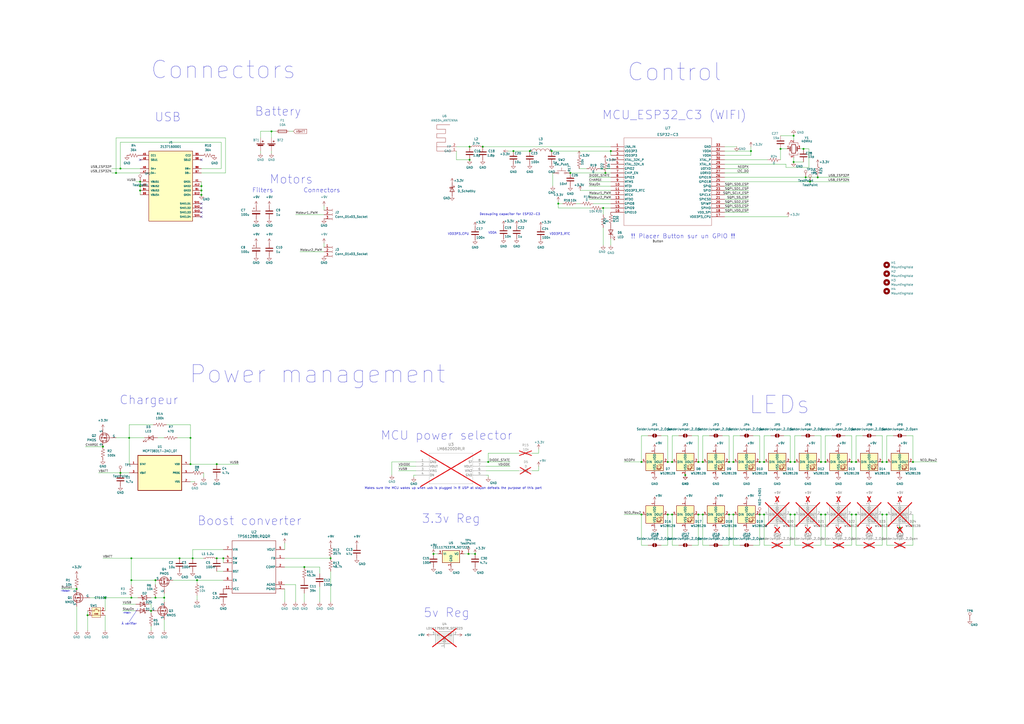
<source format=kicad_sch>
(kicad_sch (version 20231120) (generator "eeschema") (generator_version "8.0")
  (paper "A2")
  (junction (at 251.46 321.31))
  (junction (at 425.45 298.45))
  (junction (at 389.89 298.45))
  (junction (at 76.2 323.85))
  (junction (at 275.59 321.31))
  (junction (at 478.79 267.97))
  (junction (at 116.84 113.03))
  (junction (at 476.25 267.97))
  (junction (at 372.11 267.97))
  (junction (at 104.14 323.85))
  (junction (at 129.54 323.85))
  (junction (at 514.35 267.97))
  (junction (at 50.8 356.87))
  (junction (at 407.67 267.97))
  (junction (at 458.47 298.45))
  (junction (at 116.84 107.95))
  (junction (at 387.35 298.45))
  (junction (at 191.77 323.85))
  (junction (at 397.51 275.59))
  (junction (at 69.85 274.32))
  (junction (at 443.23 298.45))
  (junction (at 494.03 298.45))
  (junction (at 469.9 105.41))
  (junction (at 272.415 85.09))
  (junction (at 405.13 267.97))
  (junction (at 271.78 321.31))
  (junction (at 452.755 86.36))
  (junction (at 476.25 298.45))
  (junction (at 110.49 254))
  (junction (at 76.2 346.71))
  (junction (at 458.47 267.97))
  (junction (at 125.73 269.24))
  (junction (at 496.57 267.97))
  (junction (at 76.2 336.55))
  (junction (at 440.69 267.97))
  (junction (at 467.36 102.87))
  (junction (at 511.81 298.45))
  (junction (at 81.28 105.41))
  (junction (at 297.815 87.63))
  (junction (at 157.48 76.2))
  (junction (at 460.375 78.74))
  (junction (at 372.11 298.45))
  (junction (at 511.81 267.97))
  (junction (at 81.28 107.95))
  (junction (at 44.45 341.63))
  (junction (at 440.69 298.45))
  (junction (at 466.09 86.36))
  (junction (at 494.03 267.97))
  (junction (at 81.28 110.49))
  (junction (at 496.57 298.45))
  (junction (at 323.85 118.11))
  (junction (at 425.45 267.97))
  (junction (at 407.67 298.45))
  (junction (at 69.85 97.79))
  (junction (at 521.97 306.07))
  (junction (at 114.3 336.55))
  (junction (at 125.73 323.85))
  (junction (at 110.49 269.24))
  (junction (at 176.53 328.93))
  (junction (at 283.21 267.97))
  (junction (at 320.04 87.63))
  (junction (at 514.35 298.45))
  (junction (at 351.155 100.33))
  (junction (at 461.01 298.45))
  (junction (at 422.91 267.97))
  (junction (at 443.23 267.97))
  (junction (at 280.035 85.09))
  (junction (at 389.89 267.97))
  (junction (at 478.79 298.45))
  (junction (at 387.35 267.97))
  (junction (at 111.76 323.85))
  (junction (at 461.01 267.97))
  (junction (at 330.835 100.33))
  (junction (at 87.63 354.33))
  (junction (at 354.33 87.63))
  (junction (at 529.59 267.97))
  (junction (at 90.17 346.71))
  (junction (at 74.93 254))
  (junction (at 405.13 298.45))
  (junction (at 90.17 336.55))
  (junction (at 474.345 102.87))
  (junction (at 422.91 298.45))
  (junction (at 307.34 87.63))
  (junction (at 59.69 259.08))
  (junction (at 435.61 87.63))
  (junction (at 116.84 110.49))
  (junction (at 349.885 120.65))
  (junction (at 67.31 100.33))
  (junction (at 95.25 346.71))
  (junction (at 60.96 346.71))
  (junction (at 460.375 93.98))
  (junction (at 272.415 92.71))
  (no_connect (at 116.84 123.19))
  (no_connect (at 116.84 125.73))
  (no_connect (at 116.84 120.65))
  (no_connect (at 116.84 92.71))
  (no_connect (at 81.28 92.71))
  (no_connect (at 116.84 118.11))
  (wire (pts (xy 420.37 95.25) (xy 455.93 95.25)))
  (wire (pts (xy 49.53 259.08) (xy 59.69 259.08)))
  (wire (pts (xy 349.885 120.65) (xy 349.885 124.46)))
  (wire (pts (xy 69.85 97.79) (xy 81.28 97.79)))
  (wire (pts (xy 429.26 316.23) (xy 425.45 316.23)))
  (wire (pts (xy 167.64 76.2) (xy 170.18 76.2)))
  (wire (pts (xy 494.03 316.23) (xy 494.03 298.45)))
  (wire (pts (xy 87.63 354.33) (xy 87.63 355.6)))
  (wire (pts (xy 157.48 76.2) (xy 160.02 76.2)))
  (wire (pts (xy 95.25 346.71) (xy 95.25 349.25)))
  (wire (pts (xy 95.25 365.76) (xy 95.25 359.41)))
  (wire (pts (xy 482.6 316.23) (xy 478.79 316.23)))
  (wire (pts (xy 434.34 118.11) (xy 420.37 118.11)))
  (wire (pts (xy 443.23 316.23) (xy 443.23 298.45)))
  (wire (pts (xy 50.8 356.87) (xy 50.8 365.76)))
  (wire (pts (xy 425.45 316.23) (xy 425.45 298.45)))
  (wire (pts (xy 323.85 120.65) (xy 342.265 120.65)))
  (wire (pts (xy 110.49 246.38) (xy 110.49 254)))
  (wire (pts (xy 490.22 316.23) (xy 494.03 316.23)))
  (wire (pts (xy 420.37 97.79) (xy 434.34 97.79)))
  (wire (pts (xy 81.28 110.49) (xy 81.28 113.03)))
  (wire (pts (xy 231.14 273.05) (xy 241.3 273.05)))
  (wire (pts (xy 74.93 254) (xy 74.93 269.24)))
  (wire (pts (xy 138.43 269.24) (xy 125.73 269.24)))
  (wire (pts (xy 64.77 100.33) (xy 67.31 100.33)))
  (wire (pts (xy 269.24 321.31) (xy 271.78 321.31)))
  (wire (pts (xy 434.34 120.65) (xy 420.37 120.65)))
  (wire (pts (xy 100.33 336.55) (xy 114.3 336.55)))
  (wire (pts (xy 76.2 346.71) (xy 80.01 346.71)))
  (wire (pts (xy 458.47 267.97) (xy 461.01 267.97)))
  (wire (pts (xy 490.22 252.73) (xy 494.03 252.73)))
  (wire (pts (xy 454.66 316.23) (xy 458.47 316.23)))
  (wire (pts (xy 90.17 346.71) (xy 95.25 346.71)))
  (wire (pts (xy 264.795 92.71) (xy 272.415 92.71)))
  (wire (pts (xy 389.89 298.45) (xy 389.89 316.23)))
  (wire (pts (xy 114.3 336.55) (xy 129.54 336.55)))
  (wire (pts (xy 111.76 323.85) (xy 118.11 323.85)))
  (polyline (pts (xy 74.93 360.68) (xy 80.01 353.06)))
  (wire (pts (xy 35.56 341.63) (xy 44.45 341.63)))
  (wire (pts (xy 335.915 97.79) (xy 340.36 97.79)))
  (wire (pts (xy 469.265 97.155) (xy 455.93 97.155)))
  (wire (pts (xy 478.79 316.23) (xy 478.79 298.45)))
  (wire (pts (xy 447.04 252.73) (xy 443.23 252.73)))
  (wire (pts (xy 461.01 252.73) (xy 461.01 267.97)))
  (wire (pts (xy 478.79 252.73) (xy 478.79 267.97)))
  (wire (pts (xy 157.48 76.2) (xy 157.48 80.01)))
  (wire (pts (xy 60.96 346.71) (xy 76.2 346.71)))
  (wire (pts (xy 387.35 298.45) (xy 389.89 298.45)))
  (wire (pts (xy 372.11 252.73) (xy 372.11 267.97)))
  (wire (pts (xy 125.73 323.85) (xy 129.54 323.85)))
  (wire (pts (xy 511.81 252.73) (xy 511.81 267.97)))
  (wire (pts (xy 434.34 113.03) (xy 420.37 113.03)))
  (wire (pts (xy 354.33 87.63) (xy 354.33 90.17)))
  (wire (pts (xy 420.37 85.09) (xy 427.355 85.09)))
  (wire (pts (xy 387.35 252.73) (xy 387.35 267.97)))
  (wire (pts (xy 508 316.23) (xy 511.81 316.23)))
  (wire (pts (xy 50.8 354.33) (xy 50.8 356.87)))
  (wire (pts (xy 420.37 125.73) (xy 457.2 125.73)))
  (wire (pts (xy 111.76 318.77) (xy 111.76 323.85)))
  (wire (pts (xy 466.09 86.36) (xy 469.265 86.36)))
  (wire (pts (xy 405.13 298.45) (xy 407.67 298.45)))
  (wire (pts (xy 341.63 113.03) (xy 354.33 113.03)))
  (wire (pts (xy 176.53 349.25) (xy 176.53 344.17)))
  (wire (pts (xy 57.15 274.32) (xy 69.85 274.32)))
  (wire (pts (xy 452.755 86.36) (xy 452.755 92.71)))
  (wire (pts (xy 383.54 316.23) (xy 387.35 316.23)))
  (wire (pts (xy 52.07 346.71) (xy 60.96 346.71)))
  (wire (pts (xy 496.57 298.45) (xy 496.57 316.23)))
  (wire (pts (xy 387.35 267.97) (xy 389.89 267.97)))
  (wire (pts (xy 297.815 87.63) (xy 294.64 87.63)))
  (wire (pts (xy 440.69 252.73) (xy 440.69 267.97)))
  (wire (pts (xy 88.9 246.38) (xy 74.93 246.38)))
  (wire (pts (xy 297.815 87.63) (xy 307.34 87.63)))
  (wire (pts (xy 518.16 252.73) (xy 514.35 252.73)))
  (wire (pts (xy 422.91 252.73) (xy 422.91 267.97)))
  (wire (pts (xy 351.155 100.33) (xy 354.33 100.33)))
  (wire (pts (xy 347.98 97.79) (xy 354.33 97.79)))
  (wire (pts (xy 440.69 316.23) (xy 440.69 298.45)))
  (wire (pts (xy 173.99 146.05) (xy 187.96 146.05)))
  (wire (pts (xy 116.84 107.95) (xy 116.84 110.49)))
  (wire (pts (xy 312.42 273.05) (xy 308.61 273.05)))
  (wire (pts (xy 165.1 328.93) (xy 176.53 328.93)))
  (wire (pts (xy 422.91 267.97) (xy 425.45 267.97)))
  (wire (pts (xy 434.34 123.19) (xy 420.37 123.19)))
  (wire (pts (xy 387.35 316.23) (xy 387.35 298.45)))
  (wire (pts (xy 83.82 254) (xy 74.93 254)))
  (wire (pts (xy 264.795 87.63) (xy 264.795 92.71)))
  (wire (pts (xy 76.2 323.85) (xy 76.2 336.55)))
  (wire (pts (xy 460.375 93.98) (xy 460.375 91.44)))
  (wire (pts (xy 464.82 252.73) (xy 461.01 252.73)))
  (wire (pts (xy 500.38 316.23) (xy 496.57 316.23)))
  (wire (pts (xy 87.63 346.71) (xy 90.17 346.71)))
  (wire (pts (xy 422.91 298.45) (xy 425.45 298.45)))
  (wire (pts (xy 440.69 267.97) (xy 443.23 267.97)))
  (wire (pts (xy 458.47 252.73) (xy 458.47 267.97)))
  (wire (pts (xy 452.755 86.36) (xy 456.565 86.36)))
  (wire (pts (xy 454.66 252.73) (xy 458.47 252.73)))
  (wire (pts (xy 529.59 252.73) (xy 529.59 267.97)))
  (wire (pts (xy 467.36 102.87) (xy 474.345 102.87)))
  (wire (pts (xy 130.81 80.01) (xy 67.31 80.01)))
  (wire (pts (xy 514.35 252.73) (xy 514.35 267.97)))
  (wire (pts (xy 420.37 102.87) (xy 467.36 102.87)))
  (wire (pts (xy 476.25 252.73) (xy 476.25 267.97)))
  (wire (pts (xy 461.01 298.45) (xy 461.01 316.23)))
  (wire (pts (xy 185.42 332.74) (xy 185.42 328.93)))
  (wire (pts (xy 435.61 87.63) (xy 435.61 90.17)))
  (wire (pts (xy 401.32 252.73) (xy 405.13 252.73)))
  (wire (pts (xy 69.85 82.55) (xy 69.85 97.79)))
  (wire (pts (xy 281.94 273.05) (xy 300.99 273.05)))
  (wire (pts (xy 435.61 85.09) (xy 435.61 87.63)))
  (wire (pts (xy 110.49 269.24) (xy 125.73 269.24)))
  (wire (pts (xy 91.44 254) (xy 95.25 254)))
  (wire (pts (xy 361.95 298.45) (xy 372.11 298.45)))
  (wire (pts (xy 81.28 105.41) (xy 81.28 107.95)))
  (wire (pts (xy 76.2 323.85) (xy 104.14 323.85)))
  (wire (pts (xy 87.63 350.52) (xy 87.63 354.33)))
  (wire (pts (xy 407.67 252.73) (xy 407.67 267.97)))
  (wire (pts (xy 125.73 331.47) (xy 129.54 331.47)))
  (wire (pts (xy 436.88 316.23) (xy 440.69 316.23)))
  (wire (pts (xy 151.13 76.2) (xy 151.13 80.01)))
  (wire (pts (xy 482.6 252.73) (xy 478.79 252.73)))
  (wire (pts (xy 508 252.73) (xy 511.81 252.73)))
  (wire (pts (xy 434.34 110.49) (xy 420.37 110.49)))
  (wire (pts (xy 231.14 270.51) (xy 241.3 270.51)))
  (wire (pts (xy 518.16 316.23) (xy 514.35 316.23)))
  (wire (pts (xy 341.63 102.87) (xy 354.33 102.87)))
  (wire (pts (xy 69.85 274.32) (xy 74.93 274.32)))
  (wire (pts (xy 71.12 350.52) (xy 78.74 350.52)))
  (wire (pts (xy 118.11 276.86) (xy 118.11 274.32)))
  (wire (pts (xy 71.12 354.33) (xy 78.74 354.33)))
  (wire (pts (xy 165.1 314.96) (xy 165.1 318.77)))
  (wire (pts (xy 514.35 316.23) (xy 514.35 298.45)))
  (wire (pts (xy 511.81 298.45) (xy 514.35 298.45)))
  (wire (pts (xy 436.88 252.73) (xy 440.69 252.73)))
  (wire (pts (xy 511.81 267.97) (xy 514.35 267.97)))
  (wire (pts (xy 500.38 252.73) (xy 496.57 252.73)))
  (wire (pts (xy 187.96 119.38) (xy 187.96 121.92)))
  (wire (pts (xy 110.49 254) (xy 102.87 254)))
  (wire (pts (xy 496.57 252.73) (xy 496.57 267.97)))
  (wire (pts (xy 464.82 316.23) (xy 461.01 316.23)))
  (wire (pts (xy 420.37 92.71) (xy 445.135 92.71)))
  (wire (pts (xy 419.1 252.73) (xy 422.91 252.73)))
  (wire (pts (xy 165.1 323.85) (xy 191.77 323.85)))
  (wire (pts (xy 281.94 270.51) (xy 295.91 270.51)))
  (wire (pts (xy 361.95 267.97) (xy 372.11 267.97)))
  (wire (pts (xy 336.55 118.11) (xy 334.01 118.11)))
  (wire (pts (xy 341.63 105.41) (xy 354.33 105.41)))
  (wire (pts (xy 128.27 97.79) (xy 128.27 82.55)))
  (wire (pts (xy 90.17 336.55) (xy 90.17 339.09)))
  (wire (pts (xy 323.85 116.84) (xy 323.85 118.11)))
  (wire (pts (xy 460.375 78.105) (xy 460.375 78.74)))
  (wire (pts (xy 240.03 275.59) (xy 241.3 275.59)))
  (wire (pts (xy 312.42 270.51) (xy 312.42 273.05)))
  (wire (pts (xy 271.78 321.31) (xy 275.59 321.31)))
  (wire (pts (xy 67.31 254) (xy 74.93 254)))
  (wire (pts (xy 86.36 354.33) (xy 87.63 354.33)))
  (wire (pts (xy 240.03 276.86) (xy 240.03 275.59)))
  (wire (pts (xy 525.78 252.73) (xy 529.59 252.73)))
  (wire (pts (xy 389.89 252.73) (xy 393.7 252.73)))
  (wire (pts (xy 227.33 275.59) (xy 227.33 267.97)))
  (wire (pts (xy 435.61 90.17) (xy 420.37 90.17)))
  (wire (pts (xy 492.76 102.87) (xy 474.345 102.87)))
  (wire (pts (xy 171.45 339.09) (xy 171.45 349.25)))
  (wire (pts (xy 171.45 124.46) (xy 187.96 124.46)))
  (wire (pts (xy 283.21 267.97) (xy 281.94 267.97)))
  (wire (pts (xy 354.33 142.24) (xy 354.33 138.43)))
  (wire (pts (xy 67.31 100.33) (xy 81.28 100.33)))
  (wire (pts (xy 330.835 100.33) (xy 351.155 100.33)))
  (wire (pts (xy 434.34 107.95) (xy 420.37 107.95)))
  (wire (pts (xy 81.28 107.95) (xy 81.28 110.49)))
  (wire (pts (xy 336.55 110.49) (xy 354.33 110.49)))
  (wire (pts (xy 251.46 321.31) (xy 254 321.31)))
  (wire (pts (xy 76.2 339.09) (xy 76.2 336.55)))
  (wire (pts (xy 320.675 107.95) (xy 320.675 100.33)))
  (wire (pts (xy 472.44 252.73) (xy 476.25 252.73)))
  (wire (pts (xy 420.37 105.41) (xy 469.9 105.41)))
  (wire (pts (xy 95.25 344.17) (xy 95.25 346.71)))
  (wire (pts (xy 60.96 346.71) (xy 60.96 354.33)))
  (wire (pts (xy 494.03 252.73) (xy 494.03 267.97)))
  (wire (pts (xy 494.03 298.45) (xy 496.57 298.45)))
  (wire (pts (xy 191.77 349.25) (xy 191.77 331.47)))
  (wire (pts (xy 405.13 252.73) (xy 405.13 267.97)))
  (wire (pts (xy 401.32 316.23) (xy 405.13 316.23)))
  (wire (pts (xy 157.48 87.63) (xy 157.48 88.9)))
  (wire (pts (xy 151.13 76.2) (xy 157.48 76.2)))
  (wire (pts (xy 529.59 316.23) (xy 529.59 298.45)))
  (wire (pts (xy 425.45 252.73) (xy 425.45 267.97)))
  (wire (pts (xy 494.03 267.97) (xy 496.57 267.97)))
  (wire (pts (xy 372.11 316.23) (xy 375.92 316.23)))
  (wire (pts (xy 76.2 336.55) (xy 90.17 336.55)))
  (wire (pts (xy 458.47 316.23) (xy 458.47 298.45)))
  (wire (pts (xy 349.885 132.08) (xy 349.885 142.24)))
  (wire (pts (xy 114.3 345.44) (xy 114.3 347.98)))
  (wire (pts (xy 300.99 262.89) (xy 283.21 262.89)))
  (wire (pts (xy 460.375 78.74) (xy 460.375 81.28)))
  (wire (pts (xy 185.42 340.36) (xy 185.42 349.25)))
  (wire (pts (xy 129.54 323.85) (xy 129.54 326.39)))
  (wire (pts (xy 320.04 87.63) (xy 354.33 87.63)))
  (wire (pts (xy 113.03 279.4) (xy 110.49 279.4)))
  (wire (pts (xy 165.1 341.63) (xy 165.1 349.25)))
  (wire (pts (xy 389.89 316.23) (xy 393.7 316.23)))
  (wire (pts (xy 405.13 267.97) (xy 407.67 267.97)))
  (wire (pts (xy 420.37 100.33) (xy 434.34 100.33)))
  (wire (pts (xy 419.1 316.23) (xy 422.91 316.23)))
  (wire (pts (xy 440.69 298.45) (xy 443.23 298.45)))
  (wire (pts (xy 96.52 246.38) (xy 110.49 246.38)))
  (wire (pts (xy 165.1 339.09) (xy 171.45 339.09)))
  (wire (pts (xy 420.37 87.63) (xy 435.61 87.63)))
  (wire (pts (xy 469.265 86.36) (xy 469.265 97.155)))
  (wire (pts (xy 283.21 262.89) (xy 283.21 267.97)))
  (wire (pts (xy 87.63 363.22) (xy 87.63 365.76)))
  (wire (pts (xy 455.93 97.155) (xy 455.93 95.25)))
  (wire (pts (xy 227.33 267.97) (xy 241.3 267.97)))
  (wire (pts (xy 476.25 267.97) (xy 478.79 267.97)))
  (wire (pts (xy 529.59 267.97) (xy 543.56 267.97)))
  (wire (pts (xy 407.67 298.45) (xy 407.67 316.23)))
  (wire (pts (xy 469.9 105.41) (xy 492.76 105.41)))
  (wire (pts (xy 323.85 118.11) (xy 326.39 118.11)))
  (wire (pts (xy 129.54 318.77) (xy 111.76 318.77)))
  (wire (pts (xy 460.375 93.98) (xy 466.09 93.98)))
  (wire (pts (xy 312.42 260.35) (xy 312.42 262.89)))
  (wire (pts (xy 344.17 118.11) (xy 354.33 118.11)))
  (wire (pts (xy 86.36 350.52) (xy 87.63 350.52)))
  (wire (pts (xy 511.81 316.23) (xy 511.81 298.45)))
  (wire (pts (xy 458.47 298.45) (xy 461.01 298.45)))
  (wire (pts (xy 383.54 252.73) (xy 387.35 252.73)))
  (wire (pts (xy 114.3 336.55) (xy 114.3 337.82)))
  (wire (pts (xy 525.78 316.23) (xy 529.59 316.23)))
  (wire (pts (xy 151.13 88.9) (xy 151.13 87.63)))
  (wire (pts (xy 312.42 262.89) (xy 308.61 262.89)))
  (wire (pts (xy 104.14 323.85) (xy 111.76 323.85)))
  (wire (pts (xy 447.04 316.23) (xy 443.23 316.23)))
  (wire (pts (xy 130.81 100.33) (xy 130.81 80.01)))
  (wire (pts (xy 116.84 100.33) (xy 130.81 100.33)))
  (wire (pts (xy 60.96 356.87) (xy 60.96 365.76)))
  (wire (pts (xy 110.49 269.24) (xy 110.49 254)))
  (wire (pts (xy 59.69 323.85) (xy 76.2 323.85)))
  (wire (pts (xy 44.45 351.79) (xy 44.45 365.76)))
  (wire (pts (xy 74.93 246.38) (xy 74.93 254)))
  (wire (pts (xy 349.885 120.65) (xy 354.33 120.65)))
  (wire (pts (xy 476.25 298.45) (xy 478.79 298.45)))
  (wire (pts (xy 283.21 276.86) (xy 283.21 275.59)))
  (wire (pts (xy 411.48 316.23) (xy 407.67 316.23)))
  (wire (pts (xy 283.21 267.97) (xy 295.91 267.97)))
  (wire (pts (xy 375.92 252.73) (xy 372.11 252.73)))
  (wire (pts (xy 280.035 85.09) (xy 354.33 85.09)))
  (wire (pts (xy 128.27 82.55) (xy 69.85 82.55)))
  (wire (pts (xy 452.755 78.74) (xy 460.375 78.74)))
  (wire (pts (xy 67.31 80.01) (xy 67.31 100.33)))
  (wire (pts (xy 372.11 298.45) (xy 372.11 316.23)))
  (wire (pts (xy 464.185 86.36) (xy 466.09 86.36)))
  (wire (pts (xy 116.84 105.41) (xy 116.84 107.95)))
  (wire (pts (xy 341.63 115.57) (xy 354.33 115.57)))
  (wire (pts (xy 264.795 85.09) (xy 272.415 85.09)))
  (wire (pts (xy 389.89 252.73) (xy 389.89 267.97)))
  (wire (pts (xy 422.91 316.23) (xy 422.91 298.45)))
  (wire (pts (xy 176.53 328.93) (xy 185.42 328.93)))
  (wire (pts (xy 443.23 252.73) (xy 443.23 267.97)))
  (wire (pts (xy 405.13 298.45) (xy 405.13 316.23)))
  (wire (pts (xy 283.21 275.59) (xy 281.94 275.59)))
  (wire (pts (xy 323.85 120.65) (xy 323.85 118.11)))
  (wire (pts (xy 411.48 252.73) (xy 407.67 252.73)))
  (wire (pts (xy 78.74 105.41) (xy 81.28 105.41)))
  (wire (pts (xy 434.34 115.57) (xy 420.37 115.57)))
  (wire (pts (xy 476.25 316.23) (xy 476.25 298.45)))
  (wire (pts (xy 472.44 316.23) (xy 476.25 316.23)))
  (wire (pts (xy 429.26 252.73) (xy 425.45 252.73)))
  (wire (pts (xy 116.84 110.49) (xy 116.84 113.03)))
  (wire (pts (xy 341.63 107.95) (xy 354.33 107.95)))
  (wire (pts (xy 187.96 140.97) (xy 187.96 143.51)))
  (wire (pts (xy 116.84 97.79) (xy 128.27 97.79)))
  (wire (pts (xy 64.77 97.79) (xy 69.85 97.79)))
  (text "LEDs" (at 452.12 234.95 0) (effects (font (size 10.16 10.16))))
  (text "3.3v Reg" (at 261.62 300.99 0) (effects (font (size 5.08 5.08))))
  (text "Chargeur" (at 86.36 232.156 0) (effects (font (size 5.08 5.08))))
  (text "Filters" (at 152.4 110.49 0) (effects (font (size 2.54 2.54))))
  (text "!! Placer Button sur un GPIO !!" (at 396.24 137.16 0) (effects (font (size 2.54 2.54))))
  (text "Decoupling capacitor for ESP32-C3" (at 278.13 125.095 0) (effects (font (size 1.27 1.27)) (justify left bottom)))
  (text "Control" (at 391.16 41.91 0) (effects (font (size 10.16 10.16))))
  (text "Battery" (at 161.29 64.77 0) (effects (font (size 5.08 5.08))))
  (text "←Output←" (at 38.1 342.9 0) (effects (font (size 0.762 0.762))))
  (text "Changements:\n\n- Stayon fonctionner\n- Le stayon defeat le purpose de la diode idéale\n- Ajouté des condensateurs pour filtrer les spikes et drops des servo\n- LDO pour leds\n- Les neopixels c pas I2C c'est un affaire qui existe juste pour ça. \n  C'est un peu l'equivalent de juste TX mais pas exactement. \n  J'ai enlevé le connecteur I2C et j'ai utilisé la pin de plus pour le bouton\n\n\n\nQuestions:\n\n- V USB sur le stayon c'est good?\n- On met tu le board de charge pour sauver 80 cents, moins de \n  risque que ça marche pas et l'approbation de Tessier?\n- On met tu le boost converter à 5v pour sauver un LDO pour \n  les leds et anyway la datasheet dit que 6v et 4v c un torque semblable\n- R25 WTF\n\nTodo:\n\n- Choisir et placer un bouton\n- Placer et router les leds\n- Choisir les condo de filtrage des steppers et les placer (footprints manquantes)\n- finir de router près du connecteur. En prendre un surface mount serait plus facile " (at 648.97 2.54 0) (effects (font (size 10.16 10.16)) (justify left top)))
  (text "Boost converter" (at 144.78 302.26 0) (effects (font (size 5.08 5.08))))
  (text "VDD3P3_RTC" (at 318.77 136.525 0) (effects (font (size 1.27 1.27)) (justify left bottom)))
  (text "VDD3P3_CPU" (at 259.715 136.525 0) (effects (font (size 1.27 1.27)) (justify left bottom)))
  (text "MCU_ESP32_C3 (WIFI)" (at 349.25 69.85 0) (effects (font (size 5.08 5.08)) (justify left bottom)))
  (text "MCU power selector" (at 259.08 252.73 0) (effects (font (size 5.08 5.08))))
  (text "Connectors" (at 129.54 40.64 0) (effects (font (size 10.16 10.16))))
  (text "Makes sure the MCU wakes up when usb is plugged in !! USP at stayon defeats the purpose of this part" (at 262.89 283.21 0) (effects (font (size 1.27 1.27))))
  (text "Connectors" (at 186.69 110.49 0) (effects (font (size 2.54 2.54))))
  (text "Motors\n" (at 168.91 104.14 0) (effects (font (size 5.08 5.08))))
  (text "VDDA" (at 283.21 135.89 0) (effects (font (size 1.27 1.27)) (justify left bottom)))
  (text "À vérifier" (at 74.93 361.95 0) (effects (font (size 1.27 1.27))))
  (text "USB" (at 97.282 68.072 0) (effects (font (size 5.08 5.08))))
  (text "Power management" (at 184.15 217.17 0) (effects (font (size 10.16 10.16))))
  (text "5v Reg" (at 259.08 355.6 0) (effects (font (size 5.08 5.08))))
  (text "→Input→" (at 73.66 355.6 0) (effects (font (size 0.762 0.762))))
  (label "NEO_Row2" (at 543.56 267.97 180))
  (label "SQPI_SD2_ESP" (at 434.34 118.11 180))
  (label "SQPI_VDD_ESP" (at 434.34 123.19 180))
  (label "I2C_DO" (at 434.34 100.33 180))
  (label "SQPI_SD0_ESP" (at 434.34 107.95 180))
  (label "StayOn" (at 71.12 354.33 0))
  (label "NEO_Row2" (at 361.95 298.45 0))
  (label "DIODE_STATE" (at 341.63 102.87 0))
  (label "Moteur1_PWM" (at 341.63 113.03 0))
  (label "CHARGE" (at 49.53 259.08 0))
  (label "DIODE_STATE" (at 295.91 267.97 180))
  (label "VUSB" (at 71.12 350.52 0))
  (label "VDIODE" (at 295.91 270.51 180))
  (label "VBATT" (at 59.69 323.85 0))
  (label "SQPI_SS_ESP" (at 434.34 115.57 180))
  (label "VUSB" (at 231.14 273.05 0))
  (label "USB_ESP32N" (at 492.76 105.41 180))
  (label "SQPI_SD1_ESP" (at 434.34 110.49 180))
  (label "Moteur2_PWM" (at 341.63 115.57 0))
  (label "VDIODE" (at 231.14 270.51 0))
  (label "SQPI_SD3_ESP" (at 434.34 120.65 180))
  (label "USB_ESP32N" (at 64.77 100.33 180))
  (label "NEOPX" (at 434.34 97.79 180))
  (label "VUSB" (at 78.74 105.41 180))
  (label "Moteur2_PWM" (at 173.99 146.05 0))
  (label "Moteur1_PWM" (at 171.45 124.46 0))
  (label "Button" (at 35.56 341.63 0))
  (label "VUSB" (at 138.43 269.24 180))
  (label "SQPI_SCLK_ESP" (at 434.34 113.03 180))
  (label "NEOPX" (at 361.95 267.97 0))
  (label "VBATT" (at 57.15 274.32 0))
  (label "USB_ESP32P" (at 64.77 97.79 180))
  (label "USB_ESP32P" (at 492.76 102.87 180))
  (label "CHARGE" (at 341.63 105.41 0))
  (label "StayOn" (at 341.63 107.95 0))
  (label "Button" (at 378.46 140.97 0))
  (global_label "VBATT" (shape input) (at 170.18 76.2 0) (property "Intersheetrefs" "${INTERSHEET_REFS}" (effects (hide yes))))
  (symbol (lib_id "Device:R_US") (at 191.77 320.04 0) (unit 1)
    (property "Reference" "R12" (at 193.04 319.024 0) (effects (justify left)))
    (property "Value" "357k" (at 193.04 321.056 0) (effects (justify left)))
    (property "Footprint" "Resistor_SMD:R_0603_1608Metric" (effects (hide yes)))
    (property "Description" "Resistor, US symbol" (effects (hide yes)))
  )
  (symbol (lib_id "Device:R_US") (at 99.06 254 90) (unit 1)
    (property "Reference" "R7" (at 99.06 247.65 90))
    (property "Value" "470" (at 99.06 250.19 90))
    (property "Footprint" "Resistor_SMD:R_0603_1608Metric" (effects (hide yes)))
  )
  (symbol (lib_id "Device:C_Polarized") (at 148.59 144.78 0) (unit 1)
    (property "Reference" "C8" (at 139.7 143.51 0) (effects (justify left)))
    (property "Value" "100u" (at 139.7 146.05 0) (effects (justify left)))
    (property "Footprint" "Capacitor_SMD:C_0603_1608Metric_Pad1.08x0.95mm_HandSolder" (effects (hide yes)))
    (property "Description" "Polarized capacitor" (effects (hide yes)))
  )
  (symbol (lib_id "Jumper:SolderJumper_2_Open") (at 433.07 316.23 0) (unit 1) (exclude_from_sim yes) (in_bom no)
    (property "Reference" "JP15" (at 433.07 309.88 0))
    (property "Value" "SolderJumper_2_Open" (at 433.07 312.42 0))
    (property "Footprint" "Jumper:SolderJumper-2_P1.3mm_Open_TrianglePad1.0x1.5mm" (effects (hide yes)))
    (property "Description" "Solder Jumper, 2-pole, open" (effects (hide yes)))
  )
  (symbol (lib_id "LM66200DRLR:LM66200DRLR") (at 241.3 267.97 0) (unit 1) (on_board no) (dnp yes)
    (property "Reference" "U3" (at 261.62 257.81 0) (effects (font (size 1.524 1.524))))
    (property "Value" "LM66200DRLR" (at 261.62 260.35 0) (effects (font (size 1.524 1.524))))
    (property "Footprint" "LM66200DRLR:SOT-5X3_DRL_TEX-L" (effects (hide yes)))
    (property "Datasheet" "LM66200DRLR" (effects (hide yes)))
  )
  (symbol (lib_id "power:GND") (at 415.29 306.07 0) (unit 1)
    (property "Reference" "#PWR086" (effects (hide yes)))
    (property "Value" "GND" (at 415.29 311.15 0))
    (property "Description" "Power symbol creates a global label with name \"GND\" , ground" (effects (hide yes)))
  )
  (symbol (lib_id "Device:C") (at 272.415 88.9 0) (unit 1)
    (property "Reference" "C16" (at 274.955 87.63 0) (effects (justify left)))
    (property "Value" "1.8p" (at 274.32 90.17 0) (effects (justify left)))
    (property "Footprint" "Capacitor_SMD:C_0402_1005Metric_Pad0.74x0.62mm_HandSolder" (effects (hide yes)))
  )
  (symbol (lib_id "power:GND") (at 397.51 306.07 0) (unit 1)
    (property "Reference" "#PWR083" (effects (hide yes)))
    (property "Value" "GND" (at 397.51 311.15 0))
    (property "Description" "Power symbol creates a global label with name \"GND\" , ground" (effects (hide yes)))
  )
  (symbol (lib_id "power:+5V") (at 450.85 290.83 0) (unit 1) (dnp yes)
    (property "Reference" "#PWR0121" (effects (hide yes)))
    (property "Value" "+5V" (at 450.85 285.75 0))
    (property "Description" "Power symbol creates a global label with name \"+5V\"" (effects (hide yes)))
  )
  (symbol (lib_id "Jumper:SolderJumper_2_Open") (at 450.85 252.73 0) (unit 1) (exclude_from_sim yes) (in_bom no)
    (property "Reference" "JP5" (at 450.85 246.38 0))
    (property "Value" "SolderJumper_2_Open" (at 450.85 248.92 0))
    (property "Footprint" "Jumper:SolderJumper-2_P1.3mm_Open_TrianglePad1.0x1.5mm" (effects (hide yes)))
    (property "Description" "Solder Jumper, 2-pole, open" (effects (hide yes)))
  )
  (symbol (lib_id "power:GND") (at 113.03 279.4 0) (unit 1)
    (property "Reference" "#PWR012" (effects (hide yes)))
    (property "Value" "GND" (at 113.03 283.21 0))
  )
  (symbol (lib_id "power:GND") (at 262.255 113.665 0) (unit 1)
    (property "Reference" "#PWR049" (effects (hide yes)))
    (property "Value" "GND" (at 259.08 114.935 0))
  )
  (symbol (lib_id "Device:R_US") (at 114.3 274.32 270) (unit 1)
    (property "Reference" "R8" (at 114.3 271.018 90))
    (property "Value" "2k" (at 114.046 272.542 90))
    (property "Footprint" "Resistor_SMD:R_0603_1608Metric" (effects (hide yes)))
  )
  (symbol (lib_id "LED:WS2812B") (at 504.19 298.45 0) (unit 1) (on_board no) (dnp yes)
    (property "Reference" "D23" (at 511.81 302.514 0))
    (property "Value" "WS2812B" (at 511.81 305.054 0))
    (property "Footprint" "LED_SMD:LED_WS2812B_PLCC4_5.0x5.0mm_P3.2mm" (effects (hide yes)))
    (property "Datasheet" "https://cdn-shop.adafruit.com/datasheets/WS2812B.pdf" (effects (hide yes)))
    (property "Description" "RGB LED with integrated controller" (effects (hide yes)))
  )
  (symbol (lib_id "power:GND") (at 251.46 328.93 0) (unit 1)
    (property "Reference" "#PWR0109" (effects (hide yes)))
    (property "Value" "GND" (at 254.508 332.232 0))
    (property "Description" "Power symbol creates a global label with name \"GND\" , ground" (effects (hide yes)))
  )
  (symbol (lib_id "power:GND") (at 165.1 349.25 0) (unit 1)
    (property "Reference" "#PWR031" (effects (hide yes)))
    (property "Value" "GND" (at 165.1 353.06 0))
    (property "Description" "Power symbol creates a global label with name \"GND\" , ground" (effects (hide yes)))
  )
  (symbol (lib_id "power:GND") (at 468.63 275.59 0) (unit 1)
    (property "Reference" "#PWR096" (effects (hide yes)))
    (property "Value" "GND" (at 468.63 280.67 0))
    (property "Description" "Power symbol creates a global label with name \"GND\" , ground" (effects (hide yes)))
  )
  (symbol (lib_id "Device:R_US") (at 76.2 342.9 0) (unit 1)
    (property "Reference" "R3" (at 69.85 341.63 0) (effects (justify left)))
    (property "Value" "10k" (at 69.85 344.17 0) (effects (justify left)))
    (property "Footprint" "Resistor_SMD:R_0603_1608Metric" (effects (hide yes)))
    (property "Description" "Resistor, US symbol" (effects (hide yes)))
  )
  (symbol (lib_id "power:GND") (at 148.59 127 0) (unit 1)
    (property "Reference" "#PWR021" (effects (hide yes)))
    (property "Value" "GND" (at 148.59 130.81 0))
    (property "Description" "Power symbol creates a global label with name \"GND\" , ground" (effects (hide yes)))
  )
  (symbol (lib_id "power:+9V") (at 468.63 260.35 0) (unit 1)
    (property "Reference" "#PWR0114" (effects (hide yes)))
    (property "Value" "+9V" (at 470.916 257.048 0))
    (property "Description" "Power symbol creates a global label with name \"+9V\"" (effects (hide yes)))
  )
  (symbol (lib_id "Connector:TestPoint") (at 440.69 298.45 0) (unit 1)
    (property "Reference" "NEO-END1" (at 440.69 293.37 90) (effects (justify left)))
    (property "Value" "TestPoint" (effects (hide yes)))
    (property "Footprint" "TestPoint:TestPoint_Loop_D2.54mm_Drill1.5mm_Beaded" (effects (hide yes)))
  )
  (symbol (lib_id "power:GND") (at 156.21 127 0) (unit 1)
    (property "Reference" "#PWR026" (effects (hide yes)))
    (property "Value" "GND" (at 156.21 130.81 0))
    (property "Description" "Power symbol creates a global label with name \"GND\" , ground" (effects (hide yes)))
  )
  (symbol (lib_id "Device:D_Schottky") (at 262.255 109.855 270) (unit 1)
    (property "Reference" "D4" (at 265.43 108.2674 90) (effects (justify left)))
    (property "Value" "D_Schottky" (at 265.43 110.8074 90) (effects (justify left)))
    (property "Footprint" "LED_SMD:LED_0603_1608Metric_Pad1.05x0.95mm_HandSolder" (effects (hide yes)))
  )
  (symbol (lib_id "power:GND") (at 129.54 349.25 0) (unit 1)
    (property "Reference" "#PWR019" (effects (hide yes)))
    (property "Value" "GND" (at 129.54 353.06 0))
    (property "Description" "Power symbol creates a global label with name \"GND\" , ground" (effects (hide yes)))
  )
  (symbol (lib_id "Jumper:SolderJumper_2_Open") (at 379.73 252.73 0) (unit 1) (exclude_from_sim yes) (in_bom no)
    (property "Reference" "JP1" (at 379.73 246.38 0))
    (property "Value" "SolderJumper_2_Open" (at 379.73 248.92 0))
    (property "Footprint" "Jumper:SolderJumper-2_P1.3mm_Open_TrianglePad1.0x1.5mm" (effects (hide yes)))
    (property "Description" "Solder Jumper, 2-pole, open" (effects (hide yes)))
  )
  (symbol (lib_id "power:GND") (at 60.96 365.76 0) (unit 1)
    (property "Reference" "#PWR03" (effects (hide yes)))
    (property "Value" "GND" (at 60.96 369.57 0))
    (property "Description" "Power symbol creates a global label with name \"GND\" , ground" (effects (hide yes)))
  )
  (symbol (lib_id "LED:WS2812B") (at 450.85 267.97 0) (unit 1)
    (property "Reference" "D11" (at 458.47 272.034 0))
    (property "Value" "WS2812B" (at 458.47 274.574 0))
    (property "Footprint" "LED_SMD:LED_WS2812B_PLCC4_5.0x5.0mm_P3.2mm" (effects (hide yes)))
    (property "Datasheet" "https://cdn-shop.adafruit.com/datasheets/WS2812B.pdf" (effects (hide yes)))
    (property "Description" "RGB LED with integrated controller" (effects (hide yes)))
  )
  (symbol (lib_id "Connector:TestPoint") (at 562.61 359.41 0) (unit 1) (on_board no)
    (property "Reference" "TP6" (at 560.832 354.33 0) (effects (justify left)))
    (property "Value" "TestPoint" (effects (hide yes)))
    (property "Footprint" "TestPoint:TestPoint_Loop_D2.54mm_Drill1.5mm_Beaded" (effects (hide yes)))
  )
  (symbol (lib_id "power:GND") (at 124.46 90.17 0) (unit 1)
    (property "Reference" "#PWR017" (effects (hide yes)))
    (property "Value" "GND" (at 124.46 94.615 0))
  )
  (symbol (lib_id "LED:WS2812B") (at 415.29 267.97 0) (unit 1)
    (property "Reference" "D9" (at 422.91 272.034 0))
    (property "Value" "WS2812B" (at 422.91 274.574 0))
    (property "Footprint" "LED_SMD:LED_WS2812B_PLCC4_5.0x5.0mm_P3.2mm" (effects (hide yes)))
    (property "Datasheet" "https://cdn-shop.adafruit.com/datasheets/WS2812B.pdf" (effects (hide yes)))
    (property "Description" "RGB LED with integrated controller" (effects (hide yes)))
  )
  (symbol (lib_id "Connector:Conn_01x03_Socket") (at 193.04 124.46 0) (unit 1)
    (property "Reference" "J2" (at 194.31 123.1899 0) (effects (justify left)))
    (property "Value" "Conn_01x03_Socket" (at 194.31 125.7299 0) (effects (justify left)))
    (property "Footprint" "Connector_PinHeader_2.54mm:PinHeader_1x03_P2.54mm_Vertical" (effects (hide yes)))
    (property "Description" "Generic connector, single row, 01x03, script generated" (effects (hide yes)))
  )
  (symbol (lib_id "power:+9V") (at 207.01 316.23 0) (unit 1)
    (property "Reference" "#PWR041" (effects (hide yes)))
    (property "Value" "+9V" (at 207.01 311.15 0))
    (property "Description" "Power symbol creates a global label with name \"+9V\"" (effects (hide yes)))
  )
  (symbol (lib_id "power:+3.3V") (at 262.255 106.045 0) (unit 1)
    (property "Reference" "#PWR048" (effects (hide yes)))
    (property "Value" "+3.3V" (at 266.065 104.775 0))
  )
  (symbol (lib_id "Jumper:SolderJumper_2_Open") (at 397.51 252.73 0) (unit 1) (exclude_from_sim yes) (in_bom no)
    (property "Reference" "JP2" (at 397.51 246.38 0))
    (property "Value" "SolderJumper_2_Open" (at 397.51 248.92 0))
    (property "Footprint" "Jumper:SolderJumper-2_P1.3mm_Open_TrianglePad1.0x1.5mm" (effects (hide yes)))
    (property "Description" "Solder Jumper, 2-pole, open" (effects (hide yes)))
  )
  (symbol (lib_id "Device:R_US") (at 349.885 128.27 180) (unit 1)
    (property "Reference" "R21" (at 350.774 128.27 90))
    (property "Value" "0" (at 352.298 128.27 90))
    (property "Footprint" "Resistor_SMD:R_0603_1608Metric" (effects (hide yes)))
  )
  (symbol (lib_id "power:GND") (at 176.53 349.25 0) (unit 1)
    (property "Reference" "#PWR033" (effects (hide yes)))
    (property "Value" "GND" (at 176.53 353.06 0))
    (property "Description" "Power symbol creates a global label with name \"GND\" , ground" (effects (hide yes)))
  )
  (symbol (lib_id "Simulation_SPICE:PMOS") (at 62.23 254 180) (unit 1)
    (property "Reference" "Q2" (at 55.88 252.7299 0) (effects (justify left)))
    (property "Value" "PMOS" (at 55.88 255.2699 0) (effects (justify left)))
    (property "Footprint" "Package_TO_SOT_SMD:SOT-23" (effects (hide yes)))
    (property "Datasheet" "https://ngspice.sourceforge.io/docs/ngspice-html-manual/manual.xhtml#cha_MOSFETs" (effects (hide yes)))
    (property "Description" "P-MOSFET transistor, drain/source/gate" (effects (hide yes)))
    (property "Sim.Device" "PMOS" (effects (hide yes)))
    (property "Sim.Type" "VDMOS" (effects (hide yes)))
    (property "Sim.Pins" "1=D 2=G 3=S" (effects (hide yes)))
  )
  (symbol (lib_id "power:+3.3V") (at 275.59 321.31 0) (unit 1)
    (property "Reference" "#PWR0112" (effects (hide yes)))
    (property "Value" "+3.3V" (at 278.638 318.008 0))
    (property "Description" "Power symbol creates a global label with name \"+3.3V\"" (effects (hide yes)))
  )
  (symbol (lib_id "Device:C") (at 156.21 123.19 0) (unit 1)
    (property "Reference" "C9" (at 160.02 121.9199 0) (effects (justify left)))
    (property "Value" "1u" (at 160.02 124.4599 0) (effects (justify left)))
    (property "Footprint" "Capacitor_SMD:C_0603_1608Metric_Pad1.08x0.95mm_HandSolder" (effects (hide yes)))
    (property "Description" "Unpolarized capacitor" (effects (hide yes)))
  )
  (symbol (lib_id "Switch:SW_Push") (at 325.755 100.33 0) (unit 1)
    (property "Reference" "SW2" (at 325.755 92.71 0))
    (property "Value" "SW_Push" (at 325.755 95.25 0))
    (property "Footprint" "CS1213AGF160:SW_CS1213AG_CRS" (effects (hide yes)))
  )
  (symbol (lib_id "power:GND") (at 207.01 323.85 0) (unit 1)
    (property "Reference" "#PWR042" (effects (hide yes)))
    (property "Value" "GND" (at 210.058 327.152 0))
    (property "Description" "Power symbol creates a global label with name \"GND\" , ground" (effects (hide yes)))
  )
  (symbol (lib_id "Device:LED") (at 87.63 254 0) (unit 1)
    (property "Reference" "D3" (at 86.0425 247.65 0))
    (property "Value" "LED" (at 86.0425 250.19 0))
    (property "Footprint" "LED_SMD:LED_0603_1608Metric_Pad1.05x0.95mm_HandSolder" (effects (hide yes)))
    (property "Description" "Light emitting diode" (effects (hide yes)))
  )
  (symbol (lib_id "power:+3.3V") (at 457.2 125.73 0) (unit 1)
    (property "Reference" "#PWR093" (effects (hide yes)))
    (property "Value" "+3.3V" (at 461.01 124.46 0))
  )
  (symbol (lib_id "Device:C") (at 129.54 345.44 0) (unit 1)
    (property "Reference" "C6" (at 123.19 344.17 0) (effects (justify left)))
    (property "Value" "2.2u" (at 123.19 346.71 0) (effects (justify left)))
    (property "Footprint" "Capacitor_SMD:C_0603_1608Metric_Pad1.08x0.95mm_HandSolder" (effects (hide yes)))
    (property "Description" "Unpolarized capacitor" (effects (hide yes)))
  )
  (symbol (lib_id "Device:C") (at 307.34 91.44 0) (unit 1)
    (property "Reference" "C23" (at 307.975 88.9 0) (effects (justify left)))
    (property "Value" "100n" (at 307.975 93.98 0) (effects (justify left)))
    (property "Footprint" "Capacitor_SMD:C_0402_1005Metric_Pad0.74x0.62mm_HandSolder" (effects (hide yes)))
  )
  (symbol (lib_id "power:+3.3V") (at 294.64 87.63 90) (unit 1)
    (property "Reference" "#PWR059" (effects (hide yes)))
    (property "Value" "+3.3V" (at 292.8754 89.3372 90))
  )
  (symbol (lib_id "power:GND") (at 330.835 107.95 0) (unit 1)
    (property "Reference" "#PWR073" (effects (hide yes)))
    (property "Value" "GND" (at 330.835 112.395 0))
  )
  (symbol (lib_id "LED:WS2812B") (at 433.07 267.97 0) (unit 1)
    (property "Reference" "D10" (at 440.69 272.034 0))
    (property "Value" "WS2812B" (at 440.69 274.574 0))
    (property "Footprint" "LED_SMD:LED_WS2812B_PLCC4_5.0x5.0mm_P3.2mm" (effects (hide yes)))
    (property "Datasheet" "https://cdn-shop.adafruit.com/datasheets/WS2812B.pdf" (effects (hide yes)))
    (property "Description" "RGB LED with integrated controller" (effects (hide yes)))
  )
  (symbol (lib_id "Device:L") (at 121.92 323.85 90) (unit 1)
    (property "Reference" "L1" (at 118.11 321.31 90))
    (property "Value" "1.2u" (at 121.92 321.31 90))
    (property "Footprint" "Inductor_SMD:L_0603_1608Metric" (effects (hide yes)))
    (property "Description" "Inductor" (effects (hide yes)))
  )
  (symbol (lib_id "Device:C") (at 313.69 135.255 0) (unit 1)
    (property "Reference" "C24" (at 314.325 132.715 0) (effects (justify left)))
    (property "Value" "100n" (at 314.325 137.795 0) (effects (justify left)))
    (property "Footprint" "Capacitor_SMD:C_0603_1608Metric_Pad1.08x0.95mm_HandSolder" (effects (hide yes)))
  )
  (symbol (lib_id "Connector:TestPoint") (at 81.28 105.41 0) (unit 1)
    (property "Reference" "TP2" (at 83.82 100.8379 0) (effects (justify left)))
    (property "Value" "TestPoint" (at 76.835 107.315 0) (effects (justify left)))
    (property "Footprint" "TestPoint:TestPoint_Loop_D2.54mm_Drill1.5mm_Beaded" (effects (hide yes)))
  )
  (symbol (lib_id "power:+9V") (at 156.21 119.38 0) (unit 1)
    (property "Reference" "#PWR025" (effects (hide yes)))
    (property "Value" "+9V" (at 156.21 114.3 0))
    (property "Description" "Power symbol creates a global label with name \"+9V\"" (effects (hide yes)))
  )
  (symbol (lib_id "LED:WS2812B") (at 486.41 298.45 0) (unit 1) (on_board no) (dnp yes)
    (property "Reference" "D22" (at 494.03 302.514 0))
    (property "Value" "WS2812B" (at 494.03 305.054 0))
    (property "Footprint" "LED_SMD:LED_WS2812B_PLCC4_5.0x5.0mm_P3.2mm" (effects (hide yes)))
    (property "Datasheet" "https://cdn-shop.adafruit.com/datasheets/WS2812B.pdf" (effects (hide yes)))
    (property "Description" "RGB LED with integrated controller" (effects (hide yes)))
  )
  (symbol (lib_id "Jumper:SolderJumper_2_Open") (at 415.29 316.23 0) (unit 1) (exclude_from_sim yes) (in_bom no)
    (property "Reference" "JP16" (at 415.29 309.88 0))
    (property "Value" "SolderJumper_2_Open" (at 415.29 312.42 0))
    (property "Footprint" "Jumper:SolderJumper-2_P1.3mm_Open_TrianglePad1.0x1.5mm" (effects (hide yes)))
    (property "Description" "Solder Jumper, 2-pole, open" (effects (hide yes)))
  )
  (symbol (lib_id "power:GND") (at 379.73 275.59 0) (unit 1)
    (property "Reference" "#PWR079" (effects (hide yes)))
    (property "Value" "GND" (at 379.73 280.67 0))
    (property "Description" "Power symbol creates a global label with name \"GND\" , ground" (effects (hide yes)))
  )
  (symbol (lib_id "power:+9V") (at 148.59 119.38 0) (unit 1)
    (property "Reference" "#PWR020" (effects (hide yes)))
    (property "Value" "+9V" (at 148.59 114.3 0))
    (property "Description" "Power symbol creates a global label with name \"+9V\"" (effects (hide yes)))
  )
  (symbol (lib_id "power:GND") (at 299.72 138.43 0) (unit 1)
    (property "Reference" "#PWR064" (effects (hide yes)))
    (property "Value" "GND" (at 299.72 142.875 0))
  )
  (symbol (lib_id "power:+5V") (at 504.19 290.83 0) (unit 1) (dnp yes)
    (property "Reference" "#PWR0124" (effects (hide yes)))
    (property "Value" "+5V" (at 504.19 285.75 0))
    (property "Description" "Power symbol creates a global label with name \"+5V\"" (effects (hide yes)))
  )
  (symbol (lib_id "Device:R_US") (at 90.17 342.9 0) (unit 1)
    (property "Reference" "R6" (at 85.09 339.598 0) (effects (justify left)))
    (property "Value" "10k" (at 85.09 341.63 0) (effects (justify left)))
    (property "Footprint" "Resistor_SMD:R_0603_1608Metric" (effects (hide yes)))
    (property "Description" "Resistor, US symbol" (effects (hide yes)))
  )
  (symbol (lib_id "Device:Fuse") (at 163.83 76.2 90) (unit 1)
    (property "Reference" "F1" (at 163.83 69.85 90))
    (property "Value" "10A" (at 163.83 72.39 90))
    (property "Footprint" "Fuse:Fuse_0603_1608Metric" (effects (hide yes)))
    (property "Description" "Fuse" (effects (hide yes)))
  )
  (symbol (lib_id "Device:Battery_Cell") (at 157.48 85.09 0) (unit 1)
    (property "Reference" "BT2" (at 162.56 81.28 0))
    (property "Value" "Battery_Cell" (effects (hide yes)))
    (property "Footprint" "Connector_PinHeader_2.54mm:PinHeader_1x02_P2.54mm_Vertical" (effects (hide yes)))
    (property "Description" "Single-cell battery" (effects (hide yes)))
  )
  (symbol (lib_id "TPS61288LRQQR:TPS61288LRQQR") (at 129.54 318.77 0) (unit 1)
    (property "Reference" "U2" (at 147.32 308.61 0) (effects (font (size 1.524 1.524))))
    (property "Value" "TPS61288LRQQR" (at 147.32 311.15 0) (effects (font (size 1.524 1.524))))
    (property "Footprint" "TPS61288LRQQR:RQQ0011A-MFG" (effects (hide yes)))
    (property "Datasheet" "TPS61288LRQQR" (effects (hide yes)))
  )
  (symbol (lib_id "power:GND") (at 185.42 349.25 0) (unit 1)
    (property "Reference" "#PWR034" (effects (hide yes)))
    (property "Value" "GND" (at 185.42 353.06 0))
    (property "Description" "Power symbol creates a global label with name \"GND\" , ground" (effects (hide yes)))
  )
  (symbol (lib_id "Device:C") (at 299.72 134.62 0) (unit 1)
    (property "Reference" "C22" (at 300.355 132.08 0) (effects (justify left)))
    (property "Value" "1u" (at 300.355 137.16 0) (effects (justify left)))
    (property "Footprint" "Capacitor_SMD:C_0603_1608Metric_Pad1.08x0.95mm_HandSolder" (effects (hide yes)))
  )
  (symbol (lib_id "power:+9V") (at 504.19 260.35 0) (unit 1)
    (property "Reference" "#PWR0116" (effects (hide yes)))
    (property "Value" "+9V" (at 506.476 257.048 0))
    (property "Description" "Power symbol creates a global label with name \"+9V\"" (effects (hide yes)))
  )
  (symbol (lib_id "power:GND") (at 171.45 349.25 0) (unit 1)
    (property "Reference" "#PWR032" (effects (hide yes)))
    (property "Value" "GND" (at 171.45 353.06 0))
    (property "Description" "Power symbol creates a global label with name \"GND\" , ground" (effects (hide yes)))
  )
  (symbol (lib_id "Device:C") (at 69.85 278.13 0) (unit 1)
    (property "Reference" "C1" (at 72.898 276.86 0) (effects (justify left)))
    (property "Value" "4.7u" (at 72.898 279.4 0) (effects (justify left)))
    (property "Footprint" "Capacitor_SMD:C_0603_1608Metric_Pad1.08x0.95mm_HandSolder" (effects (hide yes)))
    (property "Description" "Unpolarized capacitor" (effects (hide yes)))
  )
  (symbol (lib_id "power:+9V") (at 433.07 290.83 0) (unit 1)
    (property "Reference" "#PWR062" (effects (hide yes)))
    (property "Value" "+9V" (at 435.356 287.528 0))
    (property "Description" "Power symbol creates a global label with name \"+9V\"" (effects (hide yes)))
  )
  (symbol (lib_id "power:GND") (at 151.13 88.9 0) (unit 1)
    (property "Reference" "#PWR024" (effects (hide yes)))
    (property "Value" "GND" (at 151.13 92.71 0))
    (property "Description" "Power symbol creates a global label with name \"GND\" , ground" (effects (hide yes)))
  )
  (symbol (lib_id "power:GND") (at 114.3 347.98 0) (unit 1)
    (property "Reference" "#PWR016" (effects (hide yes)))
    (property "Value" "GND" (at 114.3 351.79 0))
    (property "Description" "Power symbol creates a global label with name \"GND\" , ground" (effects (hide yes)))
  )
  (symbol (lib_id "Device:R_US") (at 304.8 262.89 90) (unit 1) (in_bom no) (on_board no) (dnp yes)
    (property "Reference" "R15" (at 304.8 258.191 90))
    (property "Value" "10k" (at 305.054 260.731 90))
    (property "Footprint" "Resistor_SMD:R_0603_1608Metric" (effects (hide yes)))
  )
  (symbol (lib_id "Connector:TestPoint") (at 467.36 102.87 0) (unit 1)
    (property "Reference" "TP3" (at 467.868 98.298 0) (effects (justify left)))
    (property "Value" "TestPoint" (at 462.915 104.775 0) (effects (justify left)))
    (property "Footprint" "TestPoint:TestPoint_Loop_D2.54mm_Drill1.5mm_Beaded" (effects (hide yes)))
  )
  (symbol (lib_id "LED:WS2812B") (at 450.85 298.45 0) (unit 1) (on_board no) (dnp yes)
    (property "Reference" "D20" (at 458.47 302.514 0))
    (property "Value" "WS2812B" (at 458.47 305.054 0))
    (property "Footprint" "LED_SMD:LED_WS2812B_PLCC4_5.0x5.0mm_P3.2mm" (effects (hide yes)))
    (property "Datasheet" "https://cdn-shop.adafruit.com/datasheets/WS2812B.pdf" (effects (hide yes)))
    (property "Description" "RGB LED with integrated controller" (effects (hide yes)))
  )
  (symbol (lib_id "Jumper:SolderJumper_2_Open") (at 415.29 252.73 0) (unit 1) (exclude_from_sim yes) (in_bom no)
    (property "Reference" "JP3" (at 415.29 246.38 0))
    (property "Value" "SolderJumper_2_Open" (at 415.29 248.92 0))
    (property "Footprint" "Jumper:SolderJumper-2_P1.3mm_Open_TrianglePad1.0x1.5mm" (effects (hide yes)))
    (property "Description" "Solder Jumper, 2-pole, open" (effects (hide yes)))
  )
  (symbol (lib_id "Device:C_Polarized") (at 148.59 123.19 0) (unit 1)
    (property "Reference" "C7" (at 139.7 121.92 0) (effects (justify left)))
    (property "Value" "100u" (at 139.7 124.46 0) (effects (justify left)))
    (property "Footprint" "Capacitor_SMD:C_0603_1608Metric_Pad1.08x0.95mm_HandSolder" (effects (hide yes)))
    (property "Description" "Polarized capacitor" (effects (hide yes)))
  )
  (symbol (lib_id "power:+9V") (at 486.41 260.35 0) (unit 1)
    (property "Reference" "#PWR0115" (effects (hide yes)))
    (property "Value" "+9V" (at 488.696 257.048 0))
    (property "Description" "Power symbol creates a global label with name \"+9V\"" (effects (hide yes)))
  )
  (symbol (lib_id "power:+9V") (at 397.51 290.83 0) (unit 1)
    (property "Reference" "#PWR054" (effects (hide yes)))
    (property "Value" "+9V" (at 399.796 287.528 0))
    (property "Description" "Power symbol creates a global label with name \"+9V\"" (effects (hide yes)))
  )
  (symbol (lib_id "power:+9V") (at 521.97 260.35 0) (unit 1)
    (property "Reference" "#PWR0117" (effects (hide yes)))
    (property "Value" "+9V" (at 524.256 257.048 0))
    (property "Description" "Power symbol creates a global label with name \"+9V\"" (effects (hide yes)))
  )
  (symbol (lib_id "power:GND") (at 504.19 275.59 0) (unit 1)
    (property "Reference" "#PWR0101" (effects (hide yes)))
    (property "Value" "GND" (at 504.19 280.67 0))
    (property "Description" "Power symbol creates a global label with name \"GND\" , ground" (effects (hide yes)))
  )
  (symbol (lib_id "power:GND") (at 521.97 275.59 0) (unit 1)
    (property "Reference" "#PWR0103" (effects (hide yes)))
    (property "Value" "GND" (at 521.97 280.67 0))
    (property "Description" "Power symbol creates a global label with name \"GND\" , ground" (effects (hide yes)))
  )
  (symbol (lib_id "LED:WS2812B") (at 397.51 298.45 0) (unit 1)
    (property "Reference" "D17" (at 405.13 302.514 0))
    (property "Value" "WS2812B" (at 405.13 305.054 0))
    (property "Footprint" "LED_SMD:LED_WS2812B_PLCC4_5.0x5.0mm_P3.2mm" (effects (hide yes)))
    (property "Datasheet" "https://cdn-shop.adafruit.com/datasheets/WS2812B.pdf" (effects (hide yes)))
    (property "Description" "RGB LED with integrated controller" (effects (hide yes)))
  )
  (symbol (lib_id "Connector:TestPoint") (at 69.85 274.32 0) (unit 1)
    (property "Reference" "TP1" (at 72.39 269.7479 0) (effects (justify left)))
    (property "Value" "TestPoint" (at 65.405 276.225 0) (effects (justify left)))
    (property "Footprint" "TestPoint:TestPoint_Loop_D2.54mm_Drill1.5mm_Beaded" (effects (hide yes)))
  )
  (symbol (lib_id "power:+3.3V") (at 59.69 248.92 0) (unit 1)
    (property "Reference" "#PWR04" (effects (hide yes)))
    (property "Value" "+3.3V" (at 59.69 243.84 0))
    (property "Description" "Power symbol creates a global label with name \"+3.3V\"" (effects (hide yes)))
  )
  (symbol (lib_id "power:GND") (at 379.73 306.07 0) (unit 1)
    (property "Reference" "#PWR080" (effects (hide yes)))
    (property "Value" "GND" (at 379.73 311.15 0))
    (property "Description" "Power symbol creates a global label with name \"GND\" , ground" (effects (hide yes)))
  )
  (symbol (lib_id "Device:C") (at 125.73 273.05 0) (unit 1)
    (property "Reference" "C4" (at 128.778 271.78 0) (effects (justify left)))
    (property "Value" "4.7u" (at 128.778 274.32 0) (effects (justify left)))
    (property "Footprint" "Capacitor_SMD:C_0603_1608Metric_Pad1.08x0.95mm_HandSolder" (effects (hide yes)))
    (property "Description" "Unpolarized capacitor" (effects (hide yes)))
  )
  (symbol (lib_id "Device:Crystal_GND24") (at 460.375 86.36 0) (unit 1)
    (property "Reference" "Y1" (at 467.995 80.01 0))
    (property "Value" "40MHz" (at 467.995 81.915 0))
    (property "Footprint" "830059627:SMD_059627_WRE-L" (effects (hide yes)))
  )
  (symbol (lib_id "power:GND") (at 157.48 88.9 0) (unit 1)
    (property "Reference" "#PWR029" (effects (hide yes)))
    (property "Value" "GND" (at 157.48 92.71 0))
    (property "Description" "Power symbol creates a global label with name \"GND\" , ground" (effects (hide yes)))
  )
  (symbol (lib_id "power:GND") (at 59.69 266.7 0) (unit 1)
    (property "Reference" "#PWR05" (effects (hide yes)))
    (property "Value" "GND" (at 59.69 270.51 0))
  )
  (symbol (lib_id "Device:C") (at 275.59 325.12 180) (unit 1)
    (property "Reference" "C30" (at 282.702 323.85 0) (effects (justify left)))
    (property "Value" "4.7u" (at 282.702 326.39 0) (effects (justify left)))
    (property "Footprint" "Capacitor_SMD:C_0603_1608Metric_Pad1.08x0.95mm_HandSolder" (effects (hide yes)))
    (property "Description" "Unpolarized capacitor" (effects (hide yes)))
  )
  (symbol (lib_id "power:GND") (at 397.51 275.59 0) (unit 1)
    (property "Reference" "#PWR081" (effects (hide yes)))
    (property "Value" "GND" (at 397.51 280.67 0))
    (property "Description" "Power symbol creates a global label with name \"GND\" , ground" (effects (hide yes)))
  )
  (symbol (lib_id "power:GND") (at 397.51 275.59 0) (unit 1)
    (property "Reference" "#PWR082" (effects (hide yes)))
    (property "Value" "GND" (at 397.51 280.67 0))
    (property "Description" "Power symbol creates a global label with name \"GND\" , ground" (effects (hide yes)))
  )
  (symbol (lib_id "power:GND") (at 562.61 359.41 0) (unit 1)
    (property "Reference" "#PWR0108" (effects (hide yes)))
    (property "Value" "GND" (at 565.15 362.458 0))
  )
  (symbol (lib_id "Jumper:SolderJumper_2_Open") (at 379.73 316.23 0) (unit 1) (exclude_from_sim yes) (in_bom no)
    (property "Reference" "JP18" (at 379.73 309.88 0))
    (property "Value" "SolderJumper_2_Open" (at 379.73 312.42 0))
    (property "Footprint" "Jumper:SolderJumper-2_P1.3mm_Open_TrianglePad1.0x1.5mm" (effects (hide yes)))
    (property "Description" "Solder Jumper, 2-pole, open" (effects (hide yes)))
  )
  (symbol (lib_id "power:GND") (at 313.69 139.065 0) (unit 1)
    (property "Reference" "#PWR069" (effects (hide yes)))
    (property "Value" "GND" (at 313.69 143.51 0))
  )
  (symbol (lib_id "power:GND") (at 450.85 275.59 0) (unit 1)
    (property "Reference" "#PWR091" (effects (hide yes)))
    (property "Value" "GND" (at 450.85 280.67 0))
    (property "Description" "Power symbol creates a global label with name \"GND\" , ground" (effects (hide yes)))
  )
  (symbol (lib_id "2137160001:2137160001") (at 99.06 107.95 0) (unit 1)
    (property "Reference" "J1" (at 99.06 82.55 0))
    (property "Value" "2137160001" (at 99.06 85.09 0))
    (property "Footprint" "2137160001:MOLEX_2137160001" (effects (hide yes)))
    (property "PARTREV" "B" (effects (hide yes)))
    (property "STANDARD" "Manufacturer Recommendations" (effects (hide yes)))
    (property "OPTION" "MOLEX_CONFIG" (effects (hide yes)))
    (property "MAXIMUM_PACKAGE_HEIGHT" "3.36mm" (effects (hide yes)))
    (property "MANUFACTURER" "Molex" (effects (hide yes)))
  )
  (symbol (lib_id "Device:LED") (at 354.33 134.62 90) (unit 1)
    (property "Reference" "D6" (at 358.14 134.9374 90) (effects (justify right)))
    (property "Value" "LED" (at 358.14 137.4774 90) (effects (justify right)))
    (property "Footprint" "LED_SMD:LED_0603_1608Metric_Pad1.05x0.95mm_HandSolder" (effects (hide yes)))
  )
  (symbol (lib_id "power:+3.3V") (at 335.915 90.17 0) (unit 1)
    (property "Reference" "#PWR074" (effects (hide yes)))
    (property "Value" "+3.3V" (at 339.09 90.17 0))
  )
  (symbol (lib_id "Device:D_Schottky") (at 82.55 354.33 180) (unit 1)
    (property "Reference" "D1" (at 85.7663 353.3481 0))
    (property "Value" "D_Schottky" (effects (hide yes)))
    (property "Footprint" "LED_SMD:LED_0603_1608Metric_Pad1.05x0.95mm_HandSolder" (effects (hide yes)))
  )
  (symbol (lib_id "Device:C") (at 185.42 336.55 0) (unit 1)
    (property "Reference" "C12" (at 187.706 336.55 0) (effects (justify left)))
    (property "Value" "100p" (at 187.706 339.09 0) (effects (justify left)))
    (property "Footprint" "Capacitor_SMD:C_0603_1608Metric_Pad1.08x0.95mm_HandSolder" (effects (hide yes)))
    (property "Description" "Unpolarized capacitor" (effects (hide yes)))
  )
  (symbol (lib_id "power:GND") (at 320.04 95.25 0) (unit 1)
    (property "Reference" "#PWR070" (effects (hide yes)))
    (property "Value" "GND" (at 320.04 99.695 0))
  )
  (symbol (lib_id "power:+9V") (at 187.96 119.38 0) (unit 1)
    (property "Reference" "#PWR035" (effects (hide yes)))
    (property "Value" "+9V" (at 187.96 114.3 0))
    (property "Description" "Power symbol creates a global label with name \"+9V\"" (effects (hide yes)))
  )
  (symbol (lib_id "power:+3.3V") (at 312.42 260.35 0) (unit 1)
    (property "Reference" "#PWR066" (effects (hide yes)))
    (property "Value" "+3.3V" (at 309.88 256.54 0) (effects (justify left)))
    (property "Description" "Power symbol creates a global label with name \"+3.3V\"" (effects (hide yes)))
  )
  (symbol (lib_id "power:+9V") (at 250.19 368.3 90) (unit 1)
    (property "Reference" "#PWR047" (effects (hide yes)))
    (property "Value" "+9V" (at 246.38 368.2999 90) (effects (justify left)))
    (property "Description" "Power symbol creates a global label with name \"+9V\"" (effects (hide yes)))
  )
  (symbol (lib_id "power:+3.3V") (at 351.155 92.71 0) (unit 1)
    (property "Reference" "#PWR077" (effects (hide yes)))
    (property "Value" "+3.3V" (at 354.33 92.71 0))
  )
  (symbol (lib_id "power:GND") (at 187.96 127 0) (unit 1)
    (property "Reference" "#PWR036" (effects (hide yes)))
    (property "Value" "GND" (at 187.96 130.81 0))
    (property "Description" "Power symbol creates a global label with name \"GND\" , ground" (effects (hide yes)))
  )
  (symbol (lib_id "power:GND") (at 504.19 306.07 0) (unit 1) (dnp yes)
    (property "Reference" "#PWR0102" (effects (hide yes)))
    (property "Value" "GND" (at 504.19 311.15 0))
    (property "Description" "Power symbol creates a global label with name \"GND\" , ground" (effects (hide yes)))
  )
  (symbol (lib_id "power:GND") (at 468.63 306.07 0) (unit 1) (dnp yes)
    (property "Reference" "#PWR097" (effects (hide yes)))
    (property "Value" "GND" (at 468.63 311.15 0))
    (property "Description" "Power symbol creates a global label with name \"GND\" , ground" (effects (hide yes)))
  )
  (symbol (lib_id "CT1120V3.15F100:buttonwithgnds") (at 53.34 358.14 0) (unit 1)
    (property "Reference" "SW1" (at 54.356 351.282 0))
    (property "Value" "CT1102" (at 58.42 346.71 0))
    (property "Footprint" "CT1102V3.15F100:CT1102V3.15F100" (effects (hide yes)))
  )
  (symbol (lib_id "LED:WS2812B") (at 433.07 298.45 0) (unit 1)
    (property "Reference" "D19" (at 440.69 302.514 0))
    (property "Value" "WS2812B" (at 440.69 305.054 0))
    (property "Footprint" "LED_SMD:LED_WS2812B_PLCC4_5.0x5.0mm_P3.2mm" (effects (hide yes)))
    (property "Datasheet" "https://cdn-shop.adafruit.com/datasheets/WS2812B.pdf" (effects (hide yes)))
    (property "Description" "RGB LED with integrated controller" (effects (hide yes)))
  )
  (symbol (lib_id "Connector:TestPoint") (at 271.78 321.31 0) (unit 1)
    (property "Reference" "TP4" (at 269.748 313.436 0) (effects (justify left)))
    (property "Value" "TestPoint" (at 266.954 315.214 0) (effects (justify left)))
    (property "Footprint" "TestPoint:TestPoint_Loop_D2.54mm_Drill1.5mm_Beaded" (effects (hide yes)))
  )
  (symbol (lib_id "power:GND") (at 349.885 142.24 0) (unit 1)
    (property "Reference" "#PWR076" (effects (hide yes)))
    (property "Value" "GND" (at 349.25 146.05 0))
  )
  (symbol (lib_id "power:GND") (at 460.375 78.105 180) (unit 1)
    (property "Reference" "#PWR094" (effects (hide yes)))
    (property "Value" "GND" (at 462.28 76.8349 0) (effects (justify right)))
  )
  (symbol (lib_id "power:GND") (at 156.21 148.59 0) (unit 1)
    (property "Reference" "#PWR028" (effects (hide yes)))
    (property "Value" "GND" (at 156.21 152.4 0))
    (property "Description" "Power symbol creates a global label with name \"GND\" , ground" (effects (hide yes)))
  )
  (symbol (lib_id "Device:Battery_Cell") (at 151.13 85.09 0) (unit 1)
    (property "Reference" "BT1" (at 148.59 81.28 0))
    (property "Value" "Battery_Cell" (effects (hide yes)))
    (property "Footprint" "Connector_PinHeader_2.54mm:PinHeader_1x02_P2.54mm_Vertical" (effects (hide yes)))
    (property "Description" "Single-cell battery" (effects (hide yes)))
  )
  (symbol (lib_id "Device:C") (at 111.76 327.66 0) (unit 1)
    (property "Reference" "C3" (at 105.41 326.39 0) (effects (justify left)))
    (property "Value" "100n" (at 105.41 328.93 0) (effects (justify left)))
    (property "Footprint" "Capacitor_SMD:C_0603_1608Metric_Pad1.08x0.95mm_HandSolder" (effects (hide yes)))
    (property "Description" "Unpolarized capacitor" (effects (hide yes)))
  )
  (symbol (lib_id "power:+9V") (at 415.29 260.35 0) (unit 1)
    (property "Reference" "#PWR0107" (effects (hide yes)))
    (property "Value" "+9V" (at 417.576 257.048 0))
    (property "Description" "Power symbol creates a global label with name \"+9V\"" (effects (hide yes)))
  )
  (symbol (lib_id "power:GND") (at 307.34 95.25 0) (unit 1)
    (property "Reference" "#PWR065" (effects (hide yes)))
    (property "Value" "GND" (at 307.34 99.695 0))
  )
  (symbol (lib_id "AN034_ANTENNA:AN034_ANTENNA") (at 262.255 87.63 180) (unit 1)
    (property "Reference" "U6" (at 257.81 67.31 0))
    (property "Value" "AN034_ANTENNA" (at 257.81 69.85 0))
    (property "Footprint" "AN034_ANTENNA:AN034_ANTENNA" (effects (hide yes)))
  )
  (symbol (lib_id "Device:C") (at 292.1 134.62 0) (unit 1)
    (property "Reference" "C19" (at 292.735 132.08 0) (effects (justify left)))
    (property "Value" "10n" (at 292.735 137.16 0) (effects (justify left)))
    (property "Footprint" "Capacitor_SMD:C_0603_1608Metric_Pad1.08x0.95mm_HandSolder" (effects (hide yes)))
  )
  (symbol (lib_id "power:GND") (at 283.21 276.86 0) (unit 1)
    (property "Reference" "#PWR056" (effects (hide yes)))
    (property "Value" "GND" (at 286.258 280.162 0))
    (property "Description" "Power symbol creates a global label with name \"GND\" , ground" (effects (hide yes)))
  )
  (symbol (lib_id "Regulator_Linear:LD1117S33TR_SOT223") (at 261.62 321.31 0) (unit 1)
    (property "Reference" "U5" (at 261.62 314.96 0))
    (property "Value" "LD1117S33TR_SOT223" (at 261.62 317.5 0))
    (property "Footprint" "Package_TO_SOT_SMD:SOT-223-3_TabPin2" (effects (hide yes)))
    (property "Datasheet" "http://www.st.com/st-web-ui/static/active/en/resource/technical/document/datasheet/CD00000544.pdf" (effects (hide yes)))
    (property "Description" "800mA Fixed Low Drop Positive Voltage Regulator, Fixed Output 3.3V, SOT-223" (effects (hide yes)))
  )
  (symbol (lib_id "power:GND") (at 280.035 92.71 0) (unit 1)
    (property "Reference" "#PWR055" (effects (hide yes)))
    (property "Value" "GND" (at 280.035 97.155 0))
  )
  (symbol (lib_id "power:+9V") (at 148.59 140.97 0) (unit 1)
    (property "Reference" "#PWR022" (effects (hide yes)))
    (property "Value" "+9V" (at 148.59 135.89 0))
    (property "Description" "Power symbol creates a global label with name \"+9V\"" (effects (hide yes)))
  )
  (symbol (lib_id "power:GND") (at 69.85 281.94 0) (unit 1)
    (property "Reference" "#PWR06" (effects (hide yes)))
    (property "Value" "GND" (at 69.85 285.75 0))
  )
  (symbol (lib_id "power:GND") (at 87.63 365.76 0) (unit 1)
    (property "Reference" "#PWR08" (effects (hide yes)))
    (property "Value" "GND" (at 87.63 369.57 0))
    (property "Description" "Power symbol creates a global label with name \"GND\" , ground" (effects (hide yes)))
  )
  (symbol (lib_id "Device:R_US") (at 344.17 97.79 90) (unit 1)
    (property "Reference" "R19" (at 344.17 95.885 90))
    (property "Value" "0" (at 344.17 99.695 90))
    (property "Footprint" "Resistor_SMD:R_0603_1608Metric" (effects (hide yes)))
  )
  (symbol (lib_id "power:GND") (at 148.59 148.59 0) (unit 1)
    (property "Reference" "#PWR023" (effects (hide yes)))
    (property "Value" "GND" (at 148.59 152.4 0))
    (property "Description" "Power symbol creates a global label with name \"GND\" , ground" (effects (hide yes)))
  )
  (symbol (lib_id "power:+9V") (at 397.51 260.35 0) (unit 1)
    (property "Reference" "#PWR0106" (effects (hide yes)))
    (property "Value" "+9V" (at 399.796 257.048 0))
    (property "Description" "Power symbol creates a global label with name \"+9V\"" (effects (hide yes)))
  )
  (symbol (lib_id "power:GND") (at 116.84 113.03 0) (unit 1)
    (property "Reference" "#PWR013" (effects (hide yes)))
    (property "Value" "GND" (at 119.634 115.57 0))
  )
  (symbol (lib_id "Device:R_US") (at 351.155 96.52 180) (unit 1)
    (property "Reference" "R22" (at 349.25 96.52 90))
    (property "Value" "10k" (at 353.06 96.52 90))
    (property "Footprint" "Resistor_SMD:R_0603_1608Metric" (effects (hide yes)))
  )
  (symbol (lib_id "Device:R_US") (at 77.47 90.17 90) (unit 1)
    (property "Reference" "R4" (at 77.47 84.455 90))
    (property "Value" "36k" (at 77.47 86.995 90))
    (property "Footprint" "Resistor_SMD:R_0603_1608Metric" (effects (hide yes)))
  )
  (symbol (lib_id "power:+3.3V") (at 323.85 116.84 0) (unit 1)
    (property "Reference" "#PWR072" (effects (hide yes)))
    (property "Value" "+3.3V" (at 323.85 113.03 0))
  )
  (symbol (lib_id "power:+3.3V") (at 44.45 334.01 0) (unit 1)
    (property "Reference" "#PWR01" (effects (hide yes)))
    (property "Value" "+3.3V" (at 44.45 328.93 0))
    (property "Description" "Power symbol creates a global label with name \"+3.3V\"" (effects (hide yes)))
  )
  (symbol (lib_id "Device:R_US") (at 176.53 332.74 0) (unit 1)
    (property "Reference" "R11" (at 177.8 331.724 0) (effects (justify left)))
    (property "Value" "45.3k" (at 177.8 333.756 0) (effects (justify left)))
    (property "Footprint" "Resistor_SMD:R_0603_1608Metric" (effects (hide yes)))
    (property "Description" "Resistor, US symbol" (effects (hide yes)))
  )
  (symbol (lib_id "LED:WS2812B") (at 504.19 267.97 0) (unit 1)
    (property "Reference" "D14" (at 511.81 272.034 0))
    (property "Value" "WS2812B" (at 511.81 274.574 0))
    (property "Footprint" "LED_SMD:LED_WS2812B_PLCC4_5.0x5.0mm_P3.2mm" (effects (hide yes)))
    (property "Datasheet" "https://cdn-shop.adafruit.com/datasheets/WS2812B.pdf" (effects (hide yes)))
    (property "Description" "RGB LED with integrated controller" (effects (hide yes)))
  )
  (symbol (lib_id "power:+5V") (at 468.63 290.83 0) (unit 1) (dnp yes)
    (property "Reference" "#PWR0122" (effects (hide yes)))
    (property "Value" "+5V" (at 468.63 285.75 0))
    (property "Description" "Power symbol creates a global label with name \"+5V\"" (effects (hide yes)))
  )
  (symbol (lib_id "Simulation_SPICE:NMOS") (at 92.71 354.33 0) (unit 1)
    (property "Reference" "Q3" (at 97.79 354.33 0) (effects (justify left)))
    (property "Value" "NMOS" (at 96.52 356.87 0) (effects (justify left)))
    (property "Footprint" "Package_TO_SOT_SMD:SOT-23" (effects (hide yes)))
    (property "Datasheet" "https://ngspice.sourceforge.io/docs/ngspice-html-manual/manual.xhtml#cha_MOSFETs" (effects (hide yes)))
    (property "Description" "N-MOSFET transistor, drain/source/gate" (effects (hide yes)))
    (property "Sim.Device" "NMOS" (effects (hide yes)))
    (property "Sim.Type" "VDMOS" (effects (hide yes)))
    (property "Sim.Pins" "1=D 2=G 3=S" (effects (hide yes)))
  )
  (symbol (lib_id "Device:R_US") (at 448.945 92.71 90) (unit 1)
    (property "Reference" "R24" (at 448.945 90.805 90))
    (property "Value" "0" (at 448.945 94.615 90))
    (property "Footprint" "Resistor_SMD:R_0402_1005Metric_Pad0.72x0.64mm_HandSolder" (effects (hide yes)))
  )
  (symbol (lib_id "power:GND") (at 187.96 148.59 0) (unit 1)
    (property "Reference" "#PWR038" (effects (hide yes)))
    (property "Value" "GND" (at 187.96 152.4 0))
    (property "Description" "Power symbol creates a global label with name \"GND\" , ground" (effects (hide yes)))
  )
  (symbol (lib_id "power:GND") (at 415.29 275.59 0) (unit 1)
    (property "Reference" "#PWR085" (effects (hide yes)))
    (property "Value" "GND" (at 415.29 280.67 0))
    (property "Description" "Power symbol creates a global label with name \"GND\" , ground" (effects (hide yes)))
  )
  (symbol (lib_id "Device:R_US") (at 346.075 120.65 270) (unit 1)
    (property "Reference" "R20" (at 347.345 122.555 90))
    (property "Value" "10k" (at 343.535 122.555 90))
    (property "Footprint" "Resistor_SMD:R_0603_1608Metric" (effects (hide yes)))
  )
  (symbol (lib_id "power:+9V") (at 265.43 368.3 270) (mirror x) (unit 1)
    (property "Reference" "#PWR050" (effects (hide yes)))
    (property "Value" "+5V" (at 269.24 368.2999 90) (effects (justify left)))
    (property "Description" "Power symbol creates a global label with name \"+9V\"" (effects (hide yes)))
  )
  (symbol (lib_id "power:GND") (at 486.41 306.07 0) (unit 1) (dnp yes)
    (property "Reference" "#PWR0100" (effects (hide yes)))
    (property "Value" "GND" (at 486.41 311.15 0))
    (property "Description" "Power symbol creates a global label with name \"GND\" , ground" (effects (hide yes)))
  )
  (symbol (lib_id "power:GND") (at 297.815 95.25 0) (unit 1)
    (property "Reference" "#PWR060" (effects (hide yes)))
    (property "Value" "GND" (at 297.815 99.695 0))
  )
  (symbol (lib_id "power:GND") (at 50.8 365.76 0) (unit 1)
    (property "Reference" "#PWR046" (effects (hide yes)))
    (property "Value" "GND" (at 50.8 369.57 0))
    (property "Description" "Power symbol creates a global label with name \"GND\" , ground" (effects (hide yes)))
  )
  (symbol (lib_id "power:+9V") (at 379.73 290.83 0) (unit 1)
    (property "Reference" "#PWR014" (effects (hide yes)))
    (property "Value" "+9V" (at 382.016 287.528 0))
    (property "Description" "Power symbol creates a global label with name \"+9V\"" (effects (hide yes)))
  )
  (symbol (lib_id "Device:C") (at 156.21 144.78 0) (unit 1)
    (property "Reference" "C10" (at 160.02 143.5099 0) (effects (justify left)))
    (property "Value" "1u" (at 160.02 146.0499 0) (effects (justify left)))
    (property "Footprint" "Capacitor_SMD:C_0603_1608Metric_Pad1.08x0.95mm_HandSolder" (effects (hide yes)))
    (property "Description" "Unpolarized capacitor" (effects (hide yes)))
  )
  (symbol (lib_id "Jumper:SolderJumper_2_Open") (at 468.63 252.73 0) (unit 1) (exclude_from_sim yes) (in_bom no)
    (property "Reference" "JP6" (at 468.63 246.38 0))
    (property "Value" "SolderJumper_2_Open" (at 468.63 248.92 0))
    (property "Footprint" "Jumper:SolderJumper-2_P1.3mm_Open_TrianglePad1.0x1.5mm" (effects (hide yes)))
    (property "Description" "Solder Jumper, 2-pole, open" (effects (hide yes)))
  )
  (symbol (lib_id "power:+9V") (at 415.29 290.83 0) (unit 1)
    (property "Reference" "#PWR061" (effects (hide yes)))
    (property "Value" "+9V" (at 417.576 287.528 0))
    (property "Description" "Power symbol creates a global label with name \"+9V\"" (effects (hide yes)))
  )
  (symbol (lib_id "LED:WS2812B") (at 397.51 267.97 0) (unit 1)
    (property "Reference" "D8" (at 405.13 272.034 0))
    (property "Value" "WS2812B" (at 405.13 274.574 0))
    (property "Footprint" "LED_SMD:LED_WS2812B_PLCC4_5.0x5.0mm_P3.2mm" (effects (hide yes)))
    (property "Datasheet" "https://cdn-shop.adafruit.com/datasheets/WS2812B.pdf" (effects (hide yes)))
    (property "Description" "RGB LED with integrated controller" (effects (hide yes)))
  )
  (symbol (lib_id "power:+9V") (at 156.21 140.97 0) (unit 1)
    (property "Reference" "#PWR027" (effects (hide yes)))
    (property "Value" "+9V" (at 156.21 135.89 0))
    (property "Description" "Power symbol creates a global label with name \"+9V\"" (effects (hide yes)))
  )
  (symbol (lib_id "Jumper:SolderJumper_2_Open") (at 504.19 316.23 0) (unit 1) (exclude_from_sim yes) (in_bom no) (on_board no) (dnp yes)
    (property "Reference" "JP11" (at 504.19 309.88 0))
    (property "Value" "SolderJumper_2_Open" (at 504.19 312.42 0))
    (property "Footprint" "Jumper:SolderJumper-2_P1.3mm_Open_TrianglePad1.0x1.5mm" (effects (hide yes)))
    (property "Description" "Solder Jumper, 2-pole, open" (effects (hide yes)))
  )
  (symbol (lib_id "power:+5V") (at 521.97 290.83 0) (unit 1) (dnp yes)
    (property "Reference" "#PWR0125" (effects (hide yes)))
    (property "Value" "+5V" (at 521.97 285.75 0))
    (property "Description" "Power symbol creates a global label with name \"+5V\"" (effects (hide yes)))
  )
  (symbol (lib_id "Device:R_US") (at 87.63 359.41 0) (unit 1)
    (property "Reference" "R5" (at 88.9 359.918 0) (effects (justify left)))
    (property "Value" "10k" (at 88.9 361.95 0) (effects (justify left)))
    (property "Footprint" "Resistor_SMD:R_0603_1608Metric" (effects (hide yes)))
    (property "Description" "Resistor, US symbol" (effects (hide yes)))
  )
  (symbol (lib_id "power:GND") (at 450.85 306.07 0) (unit 1) (dnp yes)
    (property "Reference" "#PWR092" (effects (hide yes)))
    (property "Value" "GND" (at 450.85 311.15 0))
    (property "Description" "Power symbol creates a global label with name \"GND\" , ground" (effects (hide yes)))
  )
  (symbol (lib_id "power:+9V") (at 312.42 270.51 0) (unit 1)
    (property "Reference" "#PWR067" (effects (hide yes)))
    (property "Value" "+9V" (at 314.706 267.208 0))
    (property "Description" "Power symbol creates a global label with name \"+9V\"" (effects (hide yes)))
  )
  (symbol (lib_id "power:+3.3V") (at 313.69 131.445 0) (unit 1)
    (property "Reference" "#PWR068" (effects (hide yes)))
    (property "Value" "+3.3V" (at 316.865 128.905 0))
  )
  (symbol (lib_id "power:GND") (at 104.14 331.47 0) (unit 1)
    (property "Reference" "#PWR010" (effects (hide yes)))
    (property "Value" "GND" (at 107.188 334.772 0))
    (property "Description" "Power symbol creates a global label with name \"GND\" , ground" (effects (hide yes)))
  )
  (symbol (lib_id "Device:C") (at 251.46 325.12 0) (unit 1)
    (property "Reference" "C15" (at 245.11 323.85 0) (effects (justify left)))
    (property "Value" "100n" (at 245.11 326.39 0) (effects (justify left)))
    (property "Footprint" "Capacitor_SMD:C_0603_1608Metric_Pad1.08x0.95mm_HandSolder" (effects (hide yes)))
    (property "Description" "Unpolarized capacitor" (effects (hide yes)))
  )
  (symbol (lib_id "power:GND") (at 125.73 276.86 0) (unit 1)
    (property "Reference" "#PWR018" (effects (hide yes)))
    (property "Value" "GND" (at 125.73 280.67 0))
  )
  (symbol (lib_id "Device:L") (at 276.225 85.09 90) (unit 1)
    (property "Reference" "L2" (at 276.225 80.645 90))
    (property "Value" "2.7n" (at 276.225 83.185 90))
    (property "Footprint" "Inductor_SMD:L_0402_1005Metric_Pad0.77x0.64mm_HandSolder" (effects (hide yes)))
  )
  (symbol (lib_id "ESP32_C3:ESP32-C3") (at 354.33 85.09 0) (unit 1)
    (property "Reference" "U7" (at 387.35 74.295 0) (effects (font (size 1.524 1.524))))
    (property "Value" "ESP32-C3" (at 387.35 78.105 0) (effects (font (size 1.524 1.524))))
    (property "Footprint" "ESP32_C3:QFN32_5X5_EXP-L" (effects (hide yes)))
    (property "Datasheet" "ESP32-C3" (effects (hide yes)))
  )
  (symbol (lib_id "power:GND") (at 427.355 85.09 0) (unit 1)
    (property "Reference" "#PWR087" (effects (hide yes)))
    (property "Value" "GND" (at 430.53 86.36 0))
  )
  (symbol (lib_id "Mechanical:MountingHole") (at 514.35 153.67 0) (unit 1) (exclude_from_sim yes) (in_bom no)
    (property "Reference" "H1" (at 516.89 152.3999 0) (effects (justify left)))
    (property "Value" "MountingHole" (at 516.89 154.9399 0) (effects (justify left)))
    (property "Footprint" "MountingHole:MountingHole_2.7mm_M2.5" (effects (hide yes)))
    (property "Description" "Mounting Hole without connection" (effects (hide yes)))
  )
  (symbol (lib_id "Mechanical:MountingHole") (at 514.35 158.75 0) (unit 1) (exclude_from_sim yes) (in_bom no)
    (property "Reference" "H2" (at 516.89 157.4799 0) (effects (justify left)))
    (property "Value" "MountingHole" (at 516.89 160.0199 0) (effects (justify left)))
    (property "Footprint" "MountingHole:MountingHole_2.7mm_M2.5" (effects (hide yes)))
    (property "Description" "Mounting Hole without connection" (effects (hide yes)))
  )
  (symbol (lib_id "power:+3.3V") (at 336.55 110.49 0) (unit 1)
    (property "Reference" "#PWR075" (effects (hide yes)))
    (property "Value" "+3.3V" (at 335.915 107.315 0))
  )
  (symbol (lib_id "power:GND") (at 95.25 365.76 0) (unit 1)
    (property "Reference" "#PWR09" (effects (hide yes)))
    (property "Value" "GND" (at 95.25 369.57 0))
    (property "Description" "Power symbol creates a global label with name \"GND\" , ground" (effects (hide yes)))
  )
  (symbol (lib_id "Device:C") (at 280.035 88.9 0) (unit 1)
    (property "Reference" "C18" (at 283.21 87.63 0) (effects (justify left)))
    (property "Value" "1.8p" (at 282.575 90.17 0) (effects (justify left)))
    (property "Footprint" "Capacitor_SMD:C_0402_1005Metric_Pad0.74x0.62mm_HandSolder" (effects (hide yes)))
  )
  (symbol (lib_id "power:GND") (at 460.375 93.98 0) (unit 1)
    (property "Reference" "#PWR095" (effects (hide yes)))
    (property "Value" "GND" (at 461.645 96.52 0) (effects (justify left)))
  )
  (symbol (lib_id "power:GND") (at 73.66 90.17 0) (unit 1)
    (property "Reference" "#PWR07" (effects (hide yes)))
    (property "Value" "GND" (at 73.66 94.615 0))
  )
  (symbol (lib_id "LED:WS2812B") (at 379.73 298.45 0) (unit 1)
    (property "Reference" "D16" (at 387.35 302.514 0))
    (property "Value" "WS2812B" (at 387.35 305.054 0))
    (property "Footprint" "LED_SMD:LED_WS2812B_PLCC4_5.0x5.0mm_P3.2mm" (effects (hide yes)))
    (property "Datasheet" "https://cdn-shop.adafruit.com/datasheets/WS2812B.pdf" (effects (hide yes)))
    (property "Description" "RGB LED with integrated controller" (effects (hide yes)))
  )
  (symbol (lib_id "LED:WS2812B") (at 379.73 267.97 0) (unit 1)
    (property "Reference" "D7" (at 387.35 272.034 0))
    (property "Value" "WS2812B" (at 387.35 274.574 0))
    (property "Footprint" "LED_SMD:LED_WS2812B_PLCC4_5.0x5.0mm_P3.2mm" (effects (hide yes)))
    (property "Datasheet" "https://cdn-shop.adafruit.com/datasheets/WS2812B.pdf" (effects (hide yes)))
    (property "Description" "RGB LED with integrated controller" (effects (hide yes)))
  )
  (symbol (lib_id "power:+9V") (at 191.77 316.23 0) (unit 1)
    (property "Reference" "#PWR039" (effects (hide yes)))
    (property "Value" "+9V" (at 191.77 311.15 0))
    (property "Description" "Power symbol creates a global label with name \"+9V\"" (effects (hide yes)))
  )
  (symbol (lib_id "power:GND") (at 111.76 331.47 0) (unit 1)
    (property "Reference" "#PWR011" (effects (hide yes)))
    (property "Value" "GND" (at 114.808 334.772 0))
    (property "Description" "Power symbol creates a global label with name \"GND\" , ground" (effects (hide yes)))
  )
  (symbol (lib_id "LED:WS2812B") (at 415.29 298.45 0) (unit 1)
    (property "Reference" "D18" (at 422.91 302.514 0))
    (property "Value" "WS2812B" (at 422.91 305.054 0))
    (property "Footprint" "LED_SMD:LED_WS2812B_PLCC4_5.0x5.0mm_P3.2mm" (effects (hide yes)))
    (property "Datasheet" "https://cdn-shop.adafruit.com/datasheets/WS2812B.pdf" (effects (hide yes)))
    (property "Description" "RGB LED with integrated controller" (effects (hide yes)))
  )
  (symbol (lib_id "power:GND") (at 521.97 306.07 0) (unit 1) (dnp yes)
    (property "Reference" "#PWR0104" (effects (hide yes)))
    (property "Value" "GND" (at 521.97 311.15 0))
    (property "Description" "Power symbol creates a global label with name \"GND\" , ground" (effects (hide yes)))
  )
  (symbol (lib_id "power:GND") (at 275.59 328.93 0) (unit 1)
    (property "Reference" "#PWR0110" (effects (hide yes)))
    (property "Value" "GND" (at 278.638 332.232 0))
    (property "Description" "Power symbol creates a global label with name \"GND\" , ground" (effects (hide yes)))
  )
  (symbol (lib_id "Device:C") (at 176.53 340.36 0) (unit 1)
    (property "Reference" "C11" (at 179.578 340.106 0) (effects (justify left)))
    (property "Value" "39n" (at 179.578 342.646 0) (effects (justify left)))
    (property "Footprint" "Capacitor_SMD:C_0603_1608Metric_Pad1.08x0.95mm_HandSolder" (effects (hide yes)))
    (property "Description" "Unpolarized capacitor" (effects (hide yes)))
  )
  (symbol (lib_id "power:+9V") (at 251.46 321.31 0) (unit 1)
    (property "Reference" "#PWR0118" (effects (hide yes)))
    (property "Value" "+9V" (at 251.46 316.23 0))
    (property "Description" "Power symbol creates a global label with name \"+9V\"" (effects (hide yes)))
  )
  (symbol (lib_id "power:+5V") (at 486.41 290.83 0) (unit 1) (dnp yes)
    (property "Reference" "#PWR0123" (effects (hide yes)))
    (property "Value" "+5V" (at 486.41 285.75 0))
    (property "Description" "Power symbol creates a global label with name \"+5V\"" (effects (hide yes)))
  )
  (symbol (lib_id "Jumper:SolderJumper_2_Open") (at 486.41 316.23 0) (unit 1) (exclude_from_sim yes) (in_bom no) (on_board no) (dnp yes)
    (property "Reference" "JP12" (at 486.41 309.88 0))
    (property "Value" "SolderJumper_2_Open" (at 486.41 312.42 0))
    (property "Footprint" "Jumper:SolderJumper-2_P1.3mm_Open_TrianglePad1.0x1.5mm" (effects (hide yes)))
    (property "Description" "Solder Jumper, 2-pole, open" (effects (hide yes)))
  )
  (symbol (lib_id "Simulation_SPICE:NMOS") (at 46.99 346.71 0) (mirror y) (unit 1)
    (property "Reference" "Q1" (at 41.91 346.71 0) (effects (justify left)))
    (property "Value" "NMOS" (at 43.18 349.25 0) (effects (justify left)))
    (property "Footprint" "Package_TO_SOT_SMD:SOT-23" (effects (hide yes)))
    (property "Datasheet" "https://ngspice.sourceforge.io/docs/ngspice-html-manual/manual.xhtml#cha_MOSFETs" (effects (hide yes)))
    (property "Description" "N-MOSFET transistor, drain/source/gate" (effects (hide yes)))
    (property "Sim.Device" "NMOS" (effects (hide yes)))
    (property "Sim.Type" "VDMOS" (effects (hide yes)))
    (property "Sim.Pins" "1=D 2=G 3=S" (effects (hide yes)))
  )
  (symbol (lib_id "power:GND") (at 118.11 276.86 0) (unit 1)
    (property "Reference" "#PWR015" (effects (hide yes)))
    (property "Value" "GND" (at 118.11 280.67 0))
  )
  (symbol (lib_id "Device:R_US") (at 120.65 90.17 90) (unit 1)
    (property "Reference" "R10" (at 120.65 84.455 90))
    (property "Value" "36k" (at 120.65 86.995 90))
    (property "Footprint" "Resistor_SMD:R_0603_1608Metric" (effects (hide yes)))
  )
  (symbol (lib_id "Device:R_US") (at 340.36 118.11 90) (unit 1)
    (property "Reference" "R18" (at 340.36 114.173 90))
    (property "Value" "0" (at 340.36 115.951 90))
    (property "Footprint" "Resistor_SMD:R_0603_1608Metric" (effects (hide yes)))
  )
  (symbol (lib_id "power:GND") (at 275.59 139.065 0) (unit 1)
    (property "Reference" "#PWR053" (effects (hide yes)))
    (property "Value" "GND" (at 275.59 143.51 0))
  )
  (symbol (lib_id "Regulator_Linear:LD1117S50TR_SOT223") (at 257.81 368.3 0) (unit 1) (in_bom no) (on_board no) (dnp yes)
    (property "Reference" "U4" (at 257.81 361.95 0))
    (property "Value" "LD1117S50TR_SOT223" (at 257.81 364.49 0))
    (property "Footprint" "Package_TO_SOT_SMD:SOT-223-3_TabPin2" (effects (hide yes)))
    (property "Datasheet" "http://www.st.com/st-web-ui/static/active/en/resource/technical/document/datasheet/CD00000544.pdf" (effects (hide yes)))
    (property "Description" "800mA Fixed Low Drop Positive Voltage Regulator, Fixed Output 5.0V, SOT-223" (effects (hide yes)))
  )
  (symbol (lib_id "power:GND") (at 272.415 92.71 0) (unit 1)
    (property "Reference" "#PWR051" (effects (hide yes)))
    (property "Value" "GND" (at 272.415 97.155 0))
  )
  (symbol (lib_id "Jumper:SolderJumper_2_Open") (at 486.41 252.73 0) (unit 1) (exclude_from_sim yes) (in_bom no)
    (property "Reference" "JP7" (at 486.41 246.38 0))
    (property "Value" "SolderJumper_2_Open" (at 486.41 248.92 0))
    (property "Footprint" "Jumper:SolderJumper-2_P1.3mm_Open_TrianglePad1.0x1.5mm" (effects (hide yes)))
    (property "Description" "Solder Jumper, 2-pole, open" (effects (hide yes)))
  )
  (symbol (lib_id "Connector:Conn_01x03_Socket") (at 193.04 146.05 0) (unit 1)
    (property "Reference" "J3" (at 194.31 144.7799 0) (effects (justify left)))
    (property "Value" "Conn_01x03_Socket" (at 194.31 147.3199 0) (effects (justify left)))
    (property "Footprint" "Connector_PinHeader_2.54mm:PinHeader_1x03_P2.54mm_Vertical" (effects (hide yes)))
    (property "Description" "Generic connector, single row, 01x03, script generated" (effects (hide yes)))
  )
  (symbol (lib_id "Connector:TestPoint") (at 469.9 105.41 0) (unit 1)
    (property "Reference" "TP5" (at 470.408 100.584 0) (effects (justify left)))
    (property "Value" "TestPoint" (at 465.455 107.315 0) (effects (justify left)))
    (property "Footprint" "TestPoint:TestPoint_Loop_D2.54mm_Drill1.5mm_Beaded" (effects (hide yes)))
  )
  (symbol (lib_id "power:GND") (at 486.41 275.59 0) (unit 1)
    (property "Reference" "#PWR099" (effects (hide yes)))
    (property "Value" "GND" (at 486.41 280.67 0))
    (property "Description" "Power symbol creates a global label with name \"GND\" , ground" (effects (hide yes)))
  )
  (symbol (lib_id "Device:D") (at 304.8 273.05 0) (unit 1) (in_bom no) (on_board no) (dnp yes)
    (property "Reference" "D5" (at 305.054 267.97 0))
    (property "Value" "D" (at 305.054 270.51 0))
    (property "Footprint" "Diode_SMD:D_0603_1608Metric_Pad1.05x0.95mm_HandSolder" (effects (hide yes)))
    (property "Description" "Diode" (effects (hide yes)))
    (property "Sim.Device" "D" (effects (hide yes)))
    (property "Sim.Pins" "1=K 2=A" (effects (hide yes)))
  )
  (symbol (lib_id "power:+9V") (at 187.96 140.97 0) (unit 1)
    (property "Reference" "#PWR037" (effects (hide yes)))
    (property "Value" "+9V" (at 187.96 135.89 0))
    (property "Description" "Power symbol creates a global label with name \"+9V\"" (effects (hide yes)))
  )
  (symbol (lib_id "Device:C") (at 330.835 104.14 0) (unit 1)
    (property "Reference" "C26" (at 331.47 101.6 0) (effects (justify left)))
    (property "Value" "10nf" (at 324.485 106.68 0) (effects (justify left)))
    (property "Footprint" "Capacitor_SMD:C_0603_1608Metric_Pad1.08x0.95mm_HandSolder" (effects (hide yes)))
  )
  (symbol (lib_id "Device:C") (at 452.755 82.55 180) (unit 1)
    (property "Reference" "C27" (at 451.485 77.47 0) (effects (justify left)))
    (property "Value" "15p" (at 452.12 80.01 0) (effects (justify left)))
    (property "Footprint" "Capacitor_SMD:C_0402_1005Metric_Pad0.74x0.62mm_HandSolder" (effects (hide yes)))
  )
  (symbol (lib_id "pspice:INDUCTOR") (at 313.69 87.63 0) (unit 1)
    (property "Reference" "L3" (at 313.69 80.645 0))
    (property "Value" "2n" (at 313.69 83.185 0))
    (property "Footprint" "Inductor_SMD:L_0402_1005Metric_Pad0.77x0.64mm_HandSolder" (effects (hide yes)))
  )
  (symbol (lib_id "Device:D_Schottky") (at 83.82 346.71 0) (unit 1)
    (property "Reference" "D2" (at 83.82 344.17 0))
    (property "Value" "D_Schottky" (effects (hide yes)))
    (property "Footprint" "LED_SMD:LED_0603_1608Metric_Pad1.05x0.95mm_HandSolder" (effects (hide yes)))
  )
  (symbol (lib_id "power:+3.3V") (at 474.345 95.25 0) (unit 1)
    (property "Reference" "#PWR098" (effects (hide yes)))
    (property "Value" "+3.3V" (at 478.155 93.98 0))
  )
  (symbol (lib_id "Jumper:SolderJumper_2_Open") (at 450.85 316.23 0) (unit 1) (exclude_from_sim yes) (in_bom no) (on_board no) (dnp yes)
    (property "Reference" "JP14" (at 450.85 309.88 0))
    (property "Value" "SolderJumper_2_Open" (at 450.85 312.42 0))
    (property "Footprint" "Jumper:SolderJumper-2_P1.3mm_Open_TrianglePad1.0x1.5mm" (effects (hide yes)))
    (property "Description" "Solder Jumper, 2-pole, open" (effects (hide yes)))
  )
  (symbol (lib_id "Device:D_Schottky") (at 82.55 350.52 180) (unit 1)
    (property "Reference" "D25" (at 86.36 349.25 0))
    (property "Value" "D_Schottky" (effects (hide yes)))
    (property "Footprint" "LED_SMD:LED_0603_1608Metric_Pad1.05x0.95mm_HandSolder" (effects (hide yes)))
  )
  (symbol (lib_id "Mechanical:MountingHole") (at 514.35 163.83 0) (unit 1) (exclude_from_sim yes) (in_bom no)
    (property "Reference" "H3" (at 516.89 162.5599 0) (effects (justify left)))
    (property "Value" "MountingHole" (at 516.89 165.0999 0) (effects (justify left)))
    (property "Footprint" "MountingHole:MountingHole_2.7mm_M2.5" (effects (hide yes)))
    (property "Description" "Mounting Hole without connection" (effects (hide yes)))
  )
  (symbol (lib_id "LED:WS2812B") (at 486.41 267.97 0) (unit 1)
    (property "Reference" "D13" (at 494.03 272.034 0))
    (property "Value" "WS2812B" (at 494.03 274.574 0))
    (property "Footprint" "LED_SMD:LED_WS2812B_PLCC4_5.0x5.0mm_P3.2mm" (effects (hide yes)))
    (property "Datasheet" "https://cdn-shop.adafruit.com/datasheets/WS2812B.pdf" (effects (hide yes)))
    (property "Description" "RGB LED with integrated controller" (effects (hide yes)))
  )
  (symbol (lib_id "Jumper:SolderJumper_2_Open") (at 504.19 252.73 0) (unit 1) (exclude_from_sim yes) (in_bom no)
    (property "Reference" "JP8" (at 504.19 246.38 0))
    (property "Value" "SolderJumper_2_Open" (at 504.19 248.92 0))
    (property "Footprint" "Jumper:SolderJumper-2_P1.3mm_Open_TrianglePad1.0x1.5mm" (effects (hide yes)))
    (property "Description" "Solder Jumper, 2-pole, open" (effects (hide yes)))
  )
  (symbol (lib_id "MCP73831T_2ACI_OT:MCP73831T-2ACI_OT") (at 92.71 271.78 0) (mirror y) (unit 1)
    (property "Reference" "U1" (at 92.71 259.08 0))
    (property "Value" "MCP73831T-2ACI_OT" (at 92.71 261.62 0))
    (property "Footprint" "MCP73831T_2ACI_OT:SOT95P280X145-5N" (effects (hide yes)))
    (property "MPN" "MCP73831T-2ACI/OT" (effects (hide yes)))
    (property "OC_FARNELL" "1332158" (effects (hide yes)))
    (property "OC_NEWARK" "56K7045" (effects (hide yes)))
    (property "SUPPLIER" "Microchip" (effects (hide yes)))
    (property "PACKAGE" "SOT-5" (effects (hide yes)))
  )
  (symbol (lib_id "Device:R_US") (at 330.2 118.11 90) (unit 1)
    (property "Reference" "R16" (at 328.93 116.205 90))
    (property "Value" "10k" (at 332.74 116.205 90))
    (property "Footprint" "Resistor_SMD:R_0603_1608Metric" (effects (hide yes)))
  )
  (symbol (lib_id "LED:WS2812B") (at 468.63 298.45 0) (unit 1) (on_board no) (dnp yes)
    (property "Reference" "D21" (at 476.25 302.514 0))
    (property "Value" "WS2812B" (at 476.25 305.054 0))
    (property "Footprint" "LED_SMD:LED_WS2812B_PLCC4_5.0x5.0mm_P3.2mm" (effects (hide yes)))
    (property "Datasheet" "https://cdn-shop.adafruit.com/datasheets/WS2812B.pdf" (effects (hide yes)))
    (property "Description" "RGB LED with integrated controller" (effects (hide yes)))
  )
  (symbol (lib_id "LED:WS2812B") (at 468.63 267.97 0) (unit 1)
    (property "Reference" "D12" (at 476.25 272.034 0))
    (property "Value" "WS2812B" (at 476.25 274.574 0))
    (property "Footprint" "LED_SMD:LED_WS2812B_PLCC4_5.0x5.0mm_P3.2mm" (effects (hide yes)))
    (property "Datasheet" "https://cdn-shop.adafruit.com/datasheets/WS2812B.pdf" (effects (hide yes)))
    (property "Description" "RGB LED with integrated controller" (effects (hide yes)))
  )
  (symbol (lib_id "Device:C") (at 104.14 327.66 0) (unit 1)
    (property "Reference" "C2" (at 97.79 326.39 0) (effects (justify left)))
    (property "Value" "10u" (at 97.79 328.93 0) (effects (justify left)))
    (property "Footprint" "Capacitor_SMD:C_0603_1608Metric_Pad1.08x0.95mm_HandSolder" (effects (hide yes)))
    (property "Description" "Unpolarized capacitor" (effects (hide yes)))
  )
  (symbol (lib_id "power:+3.3V") (at 299.72 130.81 0) (unit 1)
    (property "Reference" "#PWR063" (effects (hide yes)))
    (property "Value" "+3.3V" (at 302.895 128.27 0))
  )
  (symbol (lib_id "power:GND") (at 433.07 275.59 0) (unit 1)
    (property "Reference" "#PWR088" (effects (hide yes)))
    (property "Value" "GND" (at 433.07 280.67 0))
    (property "Description" "Power symbol creates a global label with name \"GND\" , ground" (effects (hide yes)))
  )
  (symbol (lib_id "power:GND") (at 292.1 138.43 0) (unit 1)
    (property "Reference" "#PWR058" (effects (hide yes)))
    (property "Value" "GND" (at 292.1 142.875 0))
  )
  (symbol (lib_id "power:GND") (at 433.07 306.07 0) (unit 1)
    (property "Reference" "#PWR089" (effects (hide yes)))
    (property "Value" "GND" (at 433.07 311.15 0))
    (property "Description" "Power symbol creates a global label with name \"GND\" , ground" (effects (hide yes)))
  )
  (symbol (lib_id "Jumper:SolderJumper_2_Open") (at 397.51 316.23 0) (unit 1) (exclude_from_sim yes) (in_bom no)
    (property "Reference" "JP17" (at 397.51 309.88 0))
    (property "Value" "SolderJumper_2_Open" (at 397.51 312.42 0))
    (property "Footprint" "Jumper:SolderJumper-2_P1.3mm_Open_TrianglePad1.0x1.5mm" (effects (hide yes)))
    (property "Description" "Solder Jumper, 2-pole, open" (effects (hide yes)))
  )
  (symbol (lib_id "Mechanical:MountingHole") (at 514.35 168.91 0) (unit 1) (exclude_from_sim yes) (in_bom no)
    (property "Reference" "H4" (at 516.89 167.6399 0) (effects (justify left)))
    (property "Value" "MountingHole" (at 516.89 170.1799 0) (effects (justify left)))
    (property "Footprint" "MountingHole:MountingHole_2.7mm_M2.5" (effects (hide yes)))
    (property "Description" "Mounting Hole without connection" (effects (hide yes)))
  )
  (symbol (lib_id "power:GND") (at 320.675 107.95 0) (unit 1)
    (property "Reference" "#PWR071" (effects (hide yes)))
    (property "Value" "GND" (at 320.04 111.76 0))
  )
  (symbol (lib_id "power:+3.3V") (at 292.1 130.81 0) (unit 1)
    (property "Reference" "#PWR057" (effects (hide yes)))
    (property "Value" "+3.3V" (at 295.275 128.27 0))
  )
  (symbol (lib_id "LED:WS2812B") (at 521.97 267.97 0) (unit 1)
    (property "Reference" "D15" (at 529.59 272.034 0))
    (property "Value" "WS2812B" (at 529.59 274.574 0))
    (property "Footprint" "LED_SMD:LED_WS2812B_PLCC4_5.0x5.0mm_P3.2mm" (effects (hide yes)))
    (property "Datasheet" "https://cdn-shop.adafruit.com/datasheets/WS2812B.pdf" (effects (hide yes)))
    (property "Description" "RGB LED with integrated controller" (effects (hide yes)))
  )
  (symbol (lib_id "Device:R_US") (at 92.71 246.38 90) (unit 1)
    (property "Reference" "R14" (at 92.71 240.03 90))
    (property "Value" "100k" (at 92.71 242.57 90))
    (property "Footprint" "Resistor_SMD:R_0603_1608Metric" (effects (hide yes)))
  )
  (symbol (lib_id "Device:R_US") (at 474.345 99.06 0) (unit 1)
    (property "Reference" "R25" (at 476.25 99.06 90))
    (property "Value" "10k" (at 472.44 99.06 90))
    (property "Footprint" "Resistor_SMD:R_0603_1608Metric" (effects (hide yes)))
  )
  (symbol (lib_id "power:GND") (at 191.77 349.25 0) (unit 1)
    (property "Reference" "#PWR040" (effects (hide yes)))
    (property "Value" "GND" (at 191.77 353.06 0))
    (property "Description" "Power symbol creates a global label with name \"GND\" , ground" (effects (hide yes)))
  )
  (symbol (lib_id "Device:C") (at 275.59 135.255 0) (unit 1)
    (property "Reference" "C17" (at 276.225 132.715 0) (effects (justify left)))
    (property "Value" "100n" (at 276.225 137.795 0) (effects (justify left)))
    (property "Footprint" "Capacitor_SMD:C_0603_1608Metric_Pad1.08x0.95mm_HandSolder" (effects (hide yes)))
  )
  (symbol (lib_id "Device:R_US") (at 59.69 262.89 180) (unit 1)
    (property "Reference" "R2" (at 62.23 261.6199 0) (effects (justify right)))
    (property "Value" "100k" (at 62.23 264.1599 0) (effects (justify right)))
    (property "Footprint" "Resistor_SMD:R_0603_1608Metric" (effects (hide yes)))
  )
  (symbol (lib_id "power:GND") (at 44.45 365.76 0) (unit 1)
    (property "Reference" "#PWR02" (effects (hide yes)))
    (property "Value" "GND" (at 44.45 369.57 0))
    (property "Description" "Power symbol creates a global label with name \"GND\" , ground" (effects (hide yes)))
  )
  (symbol (lib_id "Device:R_US") (at 335.915 93.98 180) (unit 1)
    (property "Reference" "R17" (at 330.2 97.79 90))
    (property "Value" "10k" (at 337.82 93.98 90))
    (property "Footprint" "Resistor_SMD:R_0603_1608Metric" (effects (hide yes)))
  )
  (symbol (lib_id "Jumper:SolderJumper_2_Open") (at 521.97 316.23 0) (unit 1) (exclude_from_sim yes) (in_bom no) (on_board no) (dnp yes)
    (property "Reference" "JP10" (at 521.97 309.88 0))
    (property "Value" "SolderJumper_2_Open" (at 521.97 312.42 0))
    (property "Footprint" "Jumper:SolderJumper-2_P1.3mm_Open_TrianglePad1.0x1.5mm" (effects (hide yes)))
    (property "Description" "Solder Jumper, 2-pole, open" (effects (hide yes)))
  )
  (symbol (lib_id "Device:R_US") (at 191.77 327.66 0) (unit 1)
    (property "Reference" "R13" (at 193.04 326.644 0) (effects (justify left)))
    (property "Value" "48.7k" (at 193.04 328.676 0) (effects (justify left)))
    (property "Footprint" "Resistor_SMD:R_0603_1608Metric" (effects (hide yes)))
    (property "Description" "Resistor, US symbol" (effects (hide yes)))
  )
  (symbol (lib_id "Jumper:SolderJumper_2_Open") (at 521.97 252.73 0) (unit 1) (exclude_from_sim yes) (in_bom no)
    (property "Reference" "JP9" (at 521.97 246.38 0))
    (property "Value" "SolderJumper_2_Open" (at 521.97 248.92 0))
    (property "Footprint" "Jumper:SolderJumper-2_P1.3mm_Open_TrianglePad1.0x1.5mm" (effects (hide yes)))
    (property "Description" "Solder Jumper, 2-pole, open" (effects (hide yes)))
  )
  (symbol (lib_id "Device:R_US") (at 354.33 127 180) (unit 1)
    (property "Reference" "R23" (at 356.362 127 90))
    (property "Value" "130" (at 358.14 127 90))
    (property "Footprint" "Resistor_SMD:R_0603_1608Metric" (effects (hide yes)))
  )
  (symbol (lib_id "power:+9V") (at 433.07 260.35 0) (unit 1)
    (property "Reference" "#PWR0111" (effects (hide yes)))
    (property "Value" "+9V" (at 435.356 257.048 0))
    (property "Description" "Power symbol creates a global label with name \"+9V\"" (effects (hide yes)))
  )
  (symbol (lib_id "power:GND") (at 354.33 142.24 0) (unit 1)
    (property "Reference" "#PWR078" (effects (hide yes)))
    (property "Value" "GND" (at 354.33 146.685 0))
  )
  (symbol (lib_id "Device:C") (at 320.04 91.44 0) (unit 1)
    (property "Reference" "C25" (at 320.675 88.9 0) (effects (justify left)))
    (property "Value" "1u" (at 320.675 93.98 0) (effects (justify left)))
    (property "Footprint" "Capacitor_SMD:C_0402_1005Metric_Pad0.74x0.62mm_HandSolder" (effects (hide yes)))
  )
  (symbol (lib_id "Device:C") (at 297.815 91.44 0) (unit 1)
    (property "Reference" "C20" (at 298.45 88.9 0) (effects (justify left)))
    (property "Value" "10u" (at 298.45 93.98 0) (effects (justify left)))
    (property "Footprint" "Capacitor_SMD:C_0402_1005Metric_Pad0.74x0.62mm_HandSolder" (effects (hide yes)))
  )
  (symbol (lib_id "power:+9V") (at 379.73 260.35 0) (unit 1)
    (property "Reference" "#PWR084" (effects (hide yes)))
    (property "Value" "+9V" (at 382.016 257.048 0))
    (property "Description" "Power symbol creates a global label with name \"+9V\"" (effects (hide yes)))
  )
  (symbol (lib_id "power:GND") (at 521.97 306.07 0) (unit 1) (dnp yes)
    (property "Reference" "#PWR0105" (effects (hide yes)))
    (property "Value" "GND" (at 521.97 311.15 0))
    (property "Description" "Power symbol creates a global label with name \"GND\" , ground" (effects (hide yes)))
  )
  (symbol (lib_id "Device:C") (at 125.73 327.66 0) (unit 1)
    (property "Reference" "C5" (at 119.38 326.39 0) (effects (justify left)))
    (property "Value" "100nf" (at 119.38 328.93 0) (effects (justify left)))
    (property "Footprint" "Capacitor_SMD:C_0603_1608Metric_Pad1.08x0.95mm_HandSolder" (effects (hide yes)))
    (property "Description" "Unpolarized capacitor" (effects (hide yes)))
  )
  (symbol (lib_id "power:+3.3V") (at 275.59 131.445 0) (unit 1)
    (property "Reference" "#PWR052" (effects (hide yes)))
    (property "Value" "+3.3V" (at 278.765 128.905 0))
  )
  (symbol (lib_id "Jumper:SolderJumper_2_Open") (at 433.07 252.73 0) (unit 1) (exclude_from_sim yes) (in_bom no)
    (property "Reference" "JP4" (at 433.07 246.38 0))
    (property "Value" "SolderJumper_2_Open" (at 433.07 248.92 0))
    (property "Footprint" "Jumper:SolderJumper-2_P1.3mm_Open_TrianglePad1.0x1.5mm" (effects (hide yes)))
    (property "Description" "Solder Jumper, 2-pole, open" (effects (hide yes)))
  )
  (symbol (lib_id "power:+3.3V") (at 435.61 85.09 0) (unit 1)
    (property "Reference" "#PWR090" (effects (hide yes)))
    (property "Value" "+3.3V" (at 439.42 83.82 0))
  )
  (symbol (lib_id "power:GND") (at 261.62 328.93 0) (unit 1)
    (property "Reference" "#PWR044" (effects (hide yes)))
    (property "Value" "GND" (at 264.668 332.232 0))
    (property "Description" "Power symbol creates a global label with name \"GND\" , ground" (effects (hide yes)))
  )
  (symbol (lib_id "power:+9V") (at 165.1 314.96 0) (unit 1)
    (property "Reference" "#PWR030" (effects (hide yes)))
    (property "Value" "+9V" (at 165.1 309.88 0))
    (property "Description" "Power symbol creates a global label with name \"+9V\"" (effects (hide yes)))
  )
  (symbol (lib_id "power:GND") (at 240.03 276.86 0) (unit 1)
    (property "Reference" "#PWR045" (effects (hide yes)))
    (property "Value" "GND" (at 240.03 280.67 0))
    (property "Description" "Power symbol creates a global label with name \"GND\" , ground" (effects (hide yes)))
  )
  (symbol (lib_id "Device:R_US") (at 114.3 341.63 0) (unit 1)
    (property "Reference" "R9" (at 115.57 340.614 0) (effects (justify left)))
    (property "Value" "10k" (at 115.57 342.646 0) (effects (justify left)))
    (property "Footprint" "Resistor_SMD:R_0603_1608Metric" (effects (hide yes)))
    (property "Description" "Resistor, US symbol" (effects (hide yes)))
  )
  (symbol (lib_id "Device:R_US") (at 44.45 337.82 0) (unit 1)
    (property "Reference" "R1" (at 38.1 336.55 0) (effects (justify left)))
    (property "Value" "10k" (at 38.1 339.09 0) (effects (justify left)))
    (property "Footprint" "Resistor_SMD:R_0603_1608Metric" (effects (hide yes)))
    (property "Description" "Resistor, US symbol" (effects (hide yes)))
  )
  (symbol (lib_id "LED:WS2812B") (at 521.97 298.45 0) (unit 1) (on_board no) (dnp yes)
    (property "Reference" "D24" (at 529.59 302.514 0))
    (property "Value" "WS2812B" (at 529.59 305.054 0))
    (property "Footprint" "LED_SMD:LED_WS2812B_PLCC4_5.0x5.0mm_P3.2mm" (effects (hide yes)))
    (property "Datasheet" "https://cdn-shop.adafruit.com/datasheets/WS2812B.pdf" (effects (hide yes)))
    (property "Description" "RGB LED with integrated controller" (effects (hide yes)))
  )
  (symbol (lib_id "Device:C") (at 466.09 90.17 180) (unit 1)
    (property "Reference" "C28" (at 471.17 88.9 0) (effects (justify left)))
    (property "Value" "15p" (at 472.44 90.805 0) (effects (justify left)))
    (property "Footprint" "Capacitor_SMD:C_0402_1005Metric_Pad0.74x0.62mm_HandSolder" (effects (hide yes)))
  )
  (symbol (lib_id "Device:C") (at 207.01 320.04 0) (unit 1)
    (property "Reference" "C13" (at 200.66 318.77 0) (effects (justify left)))
    (property "Value" "47u" (at 200.66 321.31 0) (effects (justify left)))
    (property "Footprint" "Capacitor_SMD:C_0603_1608Metric_Pad1.08x0.95mm_HandSolder" (effects (hide yes)))
    (property "Description" "Unpolarized capacitor" (effects (hide yes)))
  )
  (symbol (lib_id "power:+9V") (at 450.85 260.35 0) (unit 1)
    (property "Reference" "#PWR0113" (effects (hide yes)))
    (property "Value" "+9V" (at 453.136 257.048 0))
    (property "Description" "Power symbol creates a global label with name \"+9V\"" (effects (hide yes)))
  )
  (symbol (lib_id "Simulation_SPICE:PMOS") (at 95.25 339.09 270) (mirror x) (unit 1)
    (property "Reference" "Q4" (at 95.25 330.2 90))
    (property "Value" "PMOS" (at 95.25 332.74 90))
    (property "Footprint" "Package_TO_SOT_SMD:SOT-23" (effects (hide yes)))
    (property "Datasheet" "https://ngspice.sourceforge.io/docs/ngspice-html-manual/manual.xhtml#cha_MOSFETs" (effects (hide yes)))
    (property "Description" "P-MOSFET transistor, drain/source/gate" (effects (hide yes)))
    (property "Sim.Device" "PMOS" (effects (hide yes)))
    (property "Sim.Type" "VDMOS" (effects (hide yes)))
    (property "Sim.Pins" "1=D 2=G 3=S" (effects (hide yes)))
  )
  (symbol (lib_id "Jumper:SolderJumper_2_Open") (at 468.63 316.23 0) (unit 1) (exclude_from_sim yes) (in_bom no) (on_board no) (dnp yes)
    (property "Reference" "JP13" (at 468.63 309.88 0))
    (property "Value" "SolderJumper_2_Open" (at 468.63 312.42 0))
    (property "Footprint" "Jumper:SolderJumper-2_P1.3mm_Open_TrianglePad1.0x1.5mm" (effects (hide yes)))
    (property "Description" "Solder Jumper, 2-pole, open" (effects (hide yes)))
  )
  (symbol (lib_id "power:GND") (at 227.33 275.59 0) (unit 1)
    (property "Reference" "#PWR043" (effects (hide yes)))
    (property "Value" "GND" (at 227.33 279.4 0))
    (property "Description" "Power symbol creates a global label with name \"GND\" , ground" (effects (hide yes)))
  )
)
</source>
